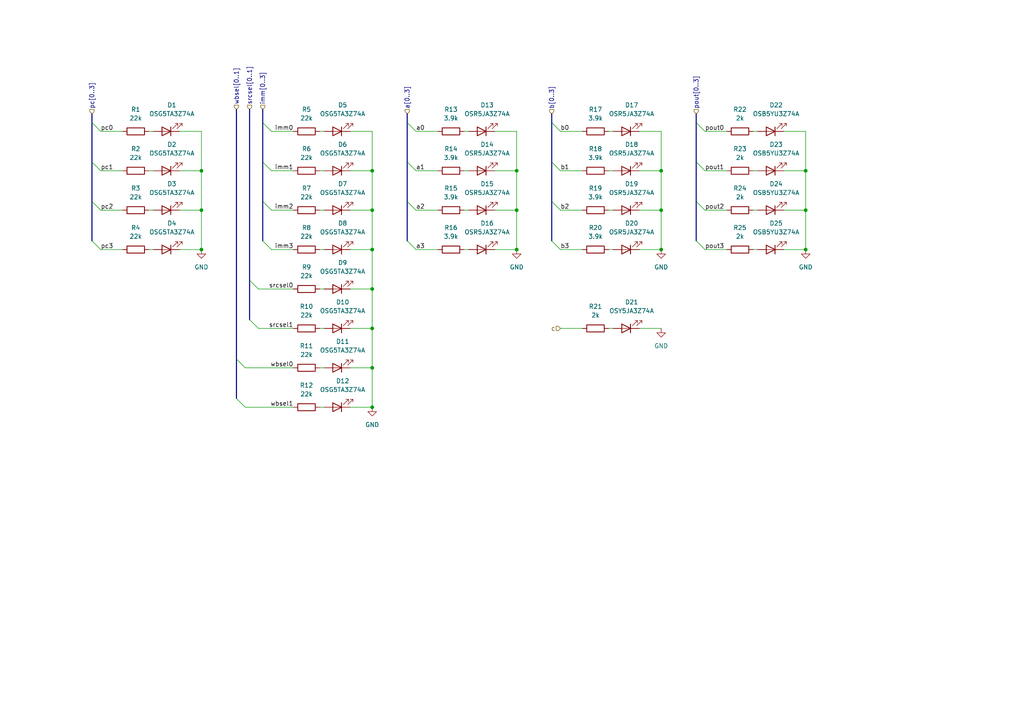
<source format=kicad_sch>
(kicad_sch (version 20211123) (generator eeschema)

  (uuid 17255181-00d5-44c2-8a16-36253fd85e12)

  (paper "A4")

  (lib_symbols
    (symbol "Device:LED" (pin_numbers hide) (pin_names (offset 1.016) hide) (in_bom yes) (on_board yes)
      (property "Reference" "D" (id 0) (at 0 2.54 0)
        (effects (font (size 1.27 1.27)))
      )
      (property "Value" "LED" (id 1) (at 0 -2.54 0)
        (effects (font (size 1.27 1.27)))
      )
      (property "Footprint" "" (id 2) (at 0 0 0)
        (effects (font (size 1.27 1.27)) hide)
      )
      (property "Datasheet" "~" (id 3) (at 0 0 0)
        (effects (font (size 1.27 1.27)) hide)
      )
      (property "ki_keywords" "LED diode" (id 4) (at 0 0 0)
        (effects (font (size 1.27 1.27)) hide)
      )
      (property "ki_description" "Light emitting diode" (id 5) (at 0 0 0)
        (effects (font (size 1.27 1.27)) hide)
      )
      (property "ki_fp_filters" "LED* LED_SMD:* LED_THT:*" (id 6) (at 0 0 0)
        (effects (font (size 1.27 1.27)) hide)
      )
      (symbol "LED_0_1"
        (polyline
          (pts
            (xy -1.27 -1.27)
            (xy -1.27 1.27)
          )
          (stroke (width 0.254) (type default) (color 0 0 0 0))
          (fill (type none))
        )
        (polyline
          (pts
            (xy -1.27 0)
            (xy 1.27 0)
          )
          (stroke (width 0) (type default) (color 0 0 0 0))
          (fill (type none))
        )
        (polyline
          (pts
            (xy 1.27 -1.27)
            (xy 1.27 1.27)
            (xy -1.27 0)
            (xy 1.27 -1.27)
          )
          (stroke (width 0.254) (type default) (color 0 0 0 0))
          (fill (type none))
        )
        (polyline
          (pts
            (xy -3.048 -0.762)
            (xy -4.572 -2.286)
            (xy -3.81 -2.286)
            (xy -4.572 -2.286)
            (xy -4.572 -1.524)
          )
          (stroke (width 0) (type default) (color 0 0 0 0))
          (fill (type none))
        )
        (polyline
          (pts
            (xy -1.778 -0.762)
            (xy -3.302 -2.286)
            (xy -2.54 -2.286)
            (xy -3.302 -2.286)
            (xy -3.302 -1.524)
          )
          (stroke (width 0) (type default) (color 0 0 0 0))
          (fill (type none))
        )
      )
      (symbol "LED_1_1"
        (pin passive line (at -3.81 0 0) (length 2.54)
          (name "K" (effects (font (size 1.27 1.27))))
          (number "1" (effects (font (size 1.27 1.27))))
        )
        (pin passive line (at 3.81 0 180) (length 2.54)
          (name "A" (effects (font (size 1.27 1.27))))
          (number "2" (effects (font (size 1.27 1.27))))
        )
      )
    )
    (symbol "Device:R" (pin_numbers hide) (pin_names (offset 0)) (in_bom yes) (on_board yes)
      (property "Reference" "R" (id 0) (at 2.032 0 90)
        (effects (font (size 1.27 1.27)))
      )
      (property "Value" "R" (id 1) (at 0 0 90)
        (effects (font (size 1.27 1.27)))
      )
      (property "Footprint" "" (id 2) (at -1.778 0 90)
        (effects (font (size 1.27 1.27)) hide)
      )
      (property "Datasheet" "~" (id 3) (at 0 0 0)
        (effects (font (size 1.27 1.27)) hide)
      )
      (property "ki_keywords" "R res resistor" (id 4) (at 0 0 0)
        (effects (font (size 1.27 1.27)) hide)
      )
      (property "ki_description" "Resistor" (id 5) (at 0 0 0)
        (effects (font (size 1.27 1.27)) hide)
      )
      (property "ki_fp_filters" "R_*" (id 6) (at 0 0 0)
        (effects (font (size 1.27 1.27)) hide)
      )
      (symbol "R_0_1"
        (rectangle (start -1.016 -2.54) (end 1.016 2.54)
          (stroke (width 0.254) (type default) (color 0 0 0 0))
          (fill (type none))
        )
      )
      (symbol "R_1_1"
        (pin passive line (at 0 3.81 270) (length 1.27)
          (name "~" (effects (font (size 1.27 1.27))))
          (number "1" (effects (font (size 1.27 1.27))))
        )
        (pin passive line (at 0 -3.81 90) (length 1.27)
          (name "~" (effects (font (size 1.27 1.27))))
          (number "2" (effects (font (size 1.27 1.27))))
        )
      )
    )
    (symbol "power:GND" (power) (pin_names (offset 0)) (in_bom yes) (on_board yes)
      (property "Reference" "#PWR" (id 0) (at 0 -6.35 0)
        (effects (font (size 1.27 1.27)) hide)
      )
      (property "Value" "GND" (id 1) (at 0 -3.81 0)
        (effects (font (size 1.27 1.27)))
      )
      (property "Footprint" "" (id 2) (at 0 0 0)
        (effects (font (size 1.27 1.27)) hide)
      )
      (property "Datasheet" "" (id 3) (at 0 0 0)
        (effects (font (size 1.27 1.27)) hide)
      )
      (property "ki_keywords" "power-flag" (id 4) (at 0 0 0)
        (effects (font (size 1.27 1.27)) hide)
      )
      (property "ki_description" "Power symbol creates a global label with name \"GND\" , ground" (id 5) (at 0 0 0)
        (effects (font (size 1.27 1.27)) hide)
      )
      (symbol "GND_0_1"
        (polyline
          (pts
            (xy 0 0)
            (xy 0 -1.27)
            (xy 1.27 -1.27)
            (xy 0 -2.54)
            (xy -1.27 -1.27)
            (xy 0 -1.27)
          )
          (stroke (width 0) (type default) (color 0 0 0 0))
          (fill (type none))
        )
      )
      (symbol "GND_1_1"
        (pin power_in line (at 0 0 270) (length 0) hide
          (name "GND" (effects (font (size 1.27 1.27))))
          (number "1" (effects (font (size 1.27 1.27))))
        )
      )
    )
  )

  (junction (at 58.42 72.39) (diameter 0) (color 0 0 0 0)
    (uuid 00f3fdf9-b436-4719-b192-76a8dda8fb20)
  )
  (junction (at 233.68 49.53) (diameter 0) (color 0 0 0 0)
    (uuid 03eaff48-1f21-476a-b7c1-fc1eb2c3f34f)
  )
  (junction (at 107.95 49.53) (diameter 0) (color 0 0 0 0)
    (uuid 04a29410-9bcc-4626-82bf-8e8b02905fff)
  )
  (junction (at 107.95 118.11) (diameter 0) (color 0 0 0 0)
    (uuid 381881c1-6800-4e28-ab35-a87ba719975b)
  )
  (junction (at 107.95 72.39) (diameter 0) (color 0 0 0 0)
    (uuid 478fa686-0220-40bc-b603-3711b0ab769a)
  )
  (junction (at 58.42 49.53) (diameter 0) (color 0 0 0 0)
    (uuid 4bc484bd-8e73-4fae-a1ff-dd14f613a652)
  )
  (junction (at 149.86 72.39) (diameter 0) (color 0 0 0 0)
    (uuid 6fa967e0-b541-44cc-8190-c462e411892d)
  )
  (junction (at 233.68 60.96) (diameter 0) (color 0 0 0 0)
    (uuid 73405d7c-093b-4e56-9684-cd6646413de6)
  )
  (junction (at 107.95 60.96) (diameter 0) (color 0 0 0 0)
    (uuid 77ab52c8-d8ee-460a-bdd9-1c7a428eeae7)
  )
  (junction (at 149.86 49.53) (diameter 0) (color 0 0 0 0)
    (uuid 8d82bf9f-105b-4bd5-9ece-08f7c441f6a8)
  )
  (junction (at 107.95 106.68) (diameter 0) (color 0 0 0 0)
    (uuid 9388dc01-2081-427c-ae9f-6d22190e0c34)
  )
  (junction (at 149.86 60.96) (diameter 0) (color 0 0 0 0)
    (uuid 97e14839-1524-40d9-8eb7-c81cb570ece1)
  )
  (junction (at 107.95 95.25) (diameter 0) (color 0 0 0 0)
    (uuid c2eef0a5-aee6-4a2f-9b31-e49534789656)
  )
  (junction (at 233.68 72.39) (diameter 0) (color 0 0 0 0)
    (uuid c4028dd6-b0f5-4436-81f9-83e7a1a7beef)
  )
  (junction (at 191.77 72.39) (diameter 0) (color 0 0 0 0)
    (uuid cf1fd6f9-ceac-4d04-a413-cef9c5704192)
  )
  (junction (at 191.77 49.53) (diameter 0) (color 0 0 0 0)
    (uuid cfb5a0d3-71b2-4e1c-a5b9-10aa655a4375)
  )
  (junction (at 107.95 83.82) (diameter 0) (color 0 0 0 0)
    (uuid e4903a21-3002-4ff3-9015-c8cff4235299)
  )
  (junction (at 58.42 60.96) (diameter 0) (color 0 0 0 0)
    (uuid eaaf428a-f8a5-4c64-8d22-b9bc6b072c4b)
  )
  (junction (at 191.77 60.96) (diameter 0) (color 0 0 0 0)
    (uuid efc5d791-dc4d-4f9c-ac25-89e6d8e5f90f)
  )

  (bus_entry (at 201.93 35.56) (size 2.54 2.54)
    (stroke (width 0) (type default) (color 0 0 0 0))
    (uuid 0dcc83eb-1125-4905-a912-ed9e479eb00d)
  )
  (bus_entry (at 68.58 104.14) (size 2.54 2.54)
    (stroke (width 0) (type default) (color 0 0 0 0))
    (uuid 1238e226-9370-4164-bda9-b8bea1b630cd)
  )
  (bus_entry (at 201.93 58.42) (size 2.54 2.54)
    (stroke (width 0) (type default) (color 0 0 0 0))
    (uuid 16e0a230-d433-4a95-a625-ecec09aa6f55)
  )
  (bus_entry (at 76.2 35.56) (size 2.54 2.54)
    (stroke (width 0) (type default) (color 0 0 0 0))
    (uuid 180632dd-0cb5-4106-9f0f-af0d2268c37a)
  )
  (bus_entry (at 118.11 46.99) (size 2.54 2.54)
    (stroke (width 0) (type default) (color 0 0 0 0))
    (uuid 219bac20-25c0-48db-aa6d-67cffcb3f2f2)
  )
  (bus_entry (at 118.11 35.56) (size 2.54 2.54)
    (stroke (width 0) (type default) (color 0 0 0 0))
    (uuid 2454092f-c6bf-4dd4-973d-89157fb22110)
  )
  (bus_entry (at 160.02 46.99) (size 2.54 2.54)
    (stroke (width 0) (type default) (color 0 0 0 0))
    (uuid 2570b313-d9a9-48e6-9dff-0c8e04a205c7)
  )
  (bus_entry (at 160.02 69.85) (size 2.54 2.54)
    (stroke (width 0) (type default) (color 0 0 0 0))
    (uuid 2efe5235-85f8-4acd-b29a-ac6c970dd629)
  )
  (bus_entry (at 76.2 46.99) (size 2.54 2.54)
    (stroke (width 0) (type default) (color 0 0 0 0))
    (uuid 33230c5f-0c02-4473-956b-4091dcaf3901)
  )
  (bus_entry (at 160.02 35.56) (size 2.54 2.54)
    (stroke (width 0) (type default) (color 0 0 0 0))
    (uuid 40e6343a-bcd8-4577-a80b-1a27b7342321)
  )
  (bus_entry (at 201.93 46.99) (size 2.54 2.54)
    (stroke (width 0) (type default) (color 0 0 0 0))
    (uuid 76a7a4d6-6e7c-49a1-a63c-5429954e0b6f)
  )
  (bus_entry (at 76.2 69.85) (size 2.54 2.54)
    (stroke (width 0) (type default) (color 0 0 0 0))
    (uuid 7c664086-eac7-4618-9639-febda0dd73a0)
  )
  (bus_entry (at 201.93 69.85) (size 2.54 2.54)
    (stroke (width 0) (type default) (color 0 0 0 0))
    (uuid 7d41d8a8-312a-42c3-a61f-4ffaaf5d38c8)
  )
  (bus_entry (at 160.02 58.42) (size 2.54 2.54)
    (stroke (width 0) (type default) (color 0 0 0 0))
    (uuid 858ca217-02ef-4e5f-a36a-85d0d5db28ab)
  )
  (bus_entry (at 26.67 58.42) (size 2.54 2.54)
    (stroke (width 0) (type default) (color 0 0 0 0))
    (uuid 8b2213dd-3f5a-4d8c-ae27-d9c6cc89e4eb)
  )
  (bus_entry (at 72.39 81.28) (size 2.54 2.54)
    (stroke (width 0) (type default) (color 0 0 0 0))
    (uuid 8b3b0b19-1293-4db8-9b3e-543e649b1ccf)
  )
  (bus_entry (at 118.11 69.85) (size 2.54 2.54)
    (stroke (width 0) (type default) (color 0 0 0 0))
    (uuid 9b4df12d-a099-4247-b87e-29553ace80e3)
  )
  (bus_entry (at 26.67 46.99) (size 2.54 2.54)
    (stroke (width 0) (type default) (color 0 0 0 0))
    (uuid a5a5ba39-48cc-4344-a19c-1bfd81af8b59)
  )
  (bus_entry (at 72.39 92.71) (size 2.54 2.54)
    (stroke (width 0) (type default) (color 0 0 0 0))
    (uuid a79852a5-ffa4-473a-a25f-0d8198c97357)
  )
  (bus_entry (at 76.2 58.42) (size 2.54 2.54)
    (stroke (width 0) (type default) (color 0 0 0 0))
    (uuid b2edaf4f-2c91-4cf7-b3bf-3652ced16b1e)
  )
  (bus_entry (at 26.67 69.85) (size 2.54 2.54)
    (stroke (width 0) (type default) (color 0 0 0 0))
    (uuid bcf8ccec-689a-43b0-accf-337d2623a229)
  )
  (bus_entry (at 26.67 35.56) (size 2.54 2.54)
    (stroke (width 0) (type default) (color 0 0 0 0))
    (uuid c999a2d9-b730-4146-bf2b-62d8c4098a21)
  )
  (bus_entry (at 118.11 58.42) (size 2.54 2.54)
    (stroke (width 0) (type default) (color 0 0 0 0))
    (uuid db1b8ed7-bdcb-4b37-a7f7-9034191a743a)
  )
  (bus_entry (at 68.58 115.57) (size 2.54 2.54)
    (stroke (width 0) (type default) (color 0 0 0 0))
    (uuid fcbb0eb8-f12e-4907-b590-25826f3f9df9)
  )

  (wire (pts (xy 227.33 60.96) (xy 233.68 60.96))
    (stroke (width 0) (type default) (color 0 0 0 0))
    (uuid 0004580b-6ce3-414a-ae6e-e2882908e182)
  )
  (wire (pts (xy 191.77 49.53) (xy 191.77 60.96))
    (stroke (width 0) (type default) (color 0 0 0 0))
    (uuid 01507de0-c4c0-403f-bed3-37b9e1ebef81)
  )
  (bus (pts (xy 118.11 35.56) (xy 118.11 46.99))
    (stroke (width 0) (type default) (color 0 0 0 0))
    (uuid 04f6a2d9-78ef-454a-ab71-775d46166487)
  )

  (wire (pts (xy 92.71 106.68) (xy 93.98 106.68))
    (stroke (width 0) (type default) (color 0 0 0 0))
    (uuid 05d851b0-1b48-4b90-99d2-cefaf372fae8)
  )
  (bus (pts (xy 201.93 58.42) (xy 201.93 69.85))
    (stroke (width 0) (type default) (color 0 0 0 0))
    (uuid 0686dfbb-5e82-499f-bbb6-7bf9fcb4805c)
  )

  (wire (pts (xy 101.6 60.96) (xy 107.95 60.96))
    (stroke (width 0) (type default) (color 0 0 0 0))
    (uuid 083373d6-7ea9-48c6-bf97-43e512c0afaf)
  )
  (wire (pts (xy 101.6 83.82) (xy 107.95 83.82))
    (stroke (width 0) (type default) (color 0 0 0 0))
    (uuid 097a02ed-bcd4-4f83-8f1b-f5d23135c7f7)
  )
  (wire (pts (xy 218.44 49.53) (xy 219.71 49.53))
    (stroke (width 0) (type default) (color 0 0 0 0))
    (uuid 0a291e9e-3b01-4caa-be3a-c01e8f86745f)
  )
  (wire (pts (xy 120.65 49.53) (xy 127 49.53))
    (stroke (width 0) (type default) (color 0 0 0 0))
    (uuid 0c0bcc86-77cb-4c3f-a03a-fbe94ace6715)
  )
  (bus (pts (xy 68.58 31.75) (xy 68.58 104.14))
    (stroke (width 0) (type default) (color 0 0 0 0))
    (uuid 11e5c902-223b-433f-b44a-157bd36a9413)
  )

  (wire (pts (xy 92.71 118.11) (xy 93.98 118.11))
    (stroke (width 0) (type default) (color 0 0 0 0))
    (uuid 14dc209a-b51a-4a0a-80e2-71db453c42b2)
  )
  (wire (pts (xy 101.6 106.68) (xy 107.95 106.68))
    (stroke (width 0) (type default) (color 0 0 0 0))
    (uuid 1a09860b-0371-45e2-a9da-31a809ad14c2)
  )
  (wire (pts (xy 185.42 60.96) (xy 191.77 60.96))
    (stroke (width 0) (type default) (color 0 0 0 0))
    (uuid 1d7a5ff5-1029-42d6-bfbd-d7f3676c4787)
  )
  (wire (pts (xy 78.74 72.39) (xy 85.09 72.39))
    (stroke (width 0) (type default) (color 0 0 0 0))
    (uuid 2172a50b-fdfd-423b-8a82-34e84393868d)
  )
  (wire (pts (xy 176.53 60.96) (xy 177.8 60.96))
    (stroke (width 0) (type default) (color 0 0 0 0))
    (uuid 22317d08-dd07-4099-82af-39f3745afee4)
  )
  (wire (pts (xy 134.62 38.1) (xy 135.89 38.1))
    (stroke (width 0) (type default) (color 0 0 0 0))
    (uuid 223d16ae-90c2-47f7-985e-d19de9d42af4)
  )
  (bus (pts (xy 201.93 33.02) (xy 201.93 35.56))
    (stroke (width 0) (type default) (color 0 0 0 0))
    (uuid 22e0bcbd-9e8a-4ddd-acce-b2fbc0233a8f)
  )
  (bus (pts (xy 160.02 35.56) (xy 160.02 46.99))
    (stroke (width 0) (type default) (color 0 0 0 0))
    (uuid 255ff586-d2ca-4177-ba94-623348184e7c)
  )

  (wire (pts (xy 78.74 38.1) (xy 85.09 38.1))
    (stroke (width 0) (type default) (color 0 0 0 0))
    (uuid 264fde98-94fc-4097-b66d-5518d2199ae0)
  )
  (wire (pts (xy 92.71 60.96) (xy 93.98 60.96))
    (stroke (width 0) (type default) (color 0 0 0 0))
    (uuid 26941a5c-f058-4e70-a890-b10769aa418c)
  )
  (wire (pts (xy 143.51 72.39) (xy 149.86 72.39))
    (stroke (width 0) (type default) (color 0 0 0 0))
    (uuid 26cdd102-a6a9-47a0-82df-5ae988a4bed3)
  )
  (wire (pts (xy 52.07 72.39) (xy 58.42 72.39))
    (stroke (width 0) (type default) (color 0 0 0 0))
    (uuid 2982762b-144c-45ff-ae4e-e7d89103412e)
  )
  (bus (pts (xy 160.02 46.99) (xy 160.02 58.42))
    (stroke (width 0) (type default) (color 0 0 0 0))
    (uuid 2b18c2aa-aa06-4287-9a7c-9b30f0e49518)
  )

  (wire (pts (xy 107.95 38.1) (xy 107.95 49.53))
    (stroke (width 0) (type default) (color 0 0 0 0))
    (uuid 2ce7492d-0a67-40e1-9eeb-ead4f4cac99e)
  )
  (wire (pts (xy 143.51 38.1) (xy 149.86 38.1))
    (stroke (width 0) (type default) (color 0 0 0 0))
    (uuid 312fb84e-bace-4378-bb26-d26937efa0b3)
  )
  (bus (pts (xy 118.11 33.02) (xy 118.11 35.56))
    (stroke (width 0) (type default) (color 0 0 0 0))
    (uuid 31a87036-6d92-47f7-8a75-dc250206d312)
  )

  (wire (pts (xy 218.44 60.96) (xy 219.71 60.96))
    (stroke (width 0) (type default) (color 0 0 0 0))
    (uuid 33006ab8-cb5e-49ed-9344-121a8278c5a6)
  )
  (wire (pts (xy 107.95 49.53) (xy 107.95 60.96))
    (stroke (width 0) (type default) (color 0 0 0 0))
    (uuid 33deef53-f66f-4842-88d4-46f8aef6b775)
  )
  (wire (pts (xy 101.6 72.39) (xy 107.95 72.39))
    (stroke (width 0) (type default) (color 0 0 0 0))
    (uuid 37068766-dffc-4537-ac05-279045c3749a)
  )
  (wire (pts (xy 233.68 38.1) (xy 233.68 49.53))
    (stroke (width 0) (type default) (color 0 0 0 0))
    (uuid 3df4ae64-eece-4276-8cc5-3ee9f6c24fb5)
  )
  (bus (pts (xy 26.67 46.99) (xy 26.67 58.42))
    (stroke (width 0) (type default) (color 0 0 0 0))
    (uuid 41f989c8-6e70-491d-91a1-074177f38d95)
  )

  (wire (pts (xy 233.68 49.53) (xy 233.68 60.96))
    (stroke (width 0) (type default) (color 0 0 0 0))
    (uuid 45f614b7-95fe-4d51-8660-aa5b116cdee8)
  )
  (wire (pts (xy 71.12 106.68) (xy 85.09 106.68))
    (stroke (width 0) (type default) (color 0 0 0 0))
    (uuid 4a7b04d4-c316-4a4e-88b6-ce864756c9a4)
  )
  (wire (pts (xy 107.95 60.96) (xy 107.95 72.39))
    (stroke (width 0) (type default) (color 0 0 0 0))
    (uuid 4d0c2ed9-c951-4b6e-b7b1-b51ed81971f8)
  )
  (wire (pts (xy 185.42 49.53) (xy 191.77 49.53))
    (stroke (width 0) (type default) (color 0 0 0 0))
    (uuid 4d12970a-3e92-434b-b608-425a33c17ef6)
  )
  (wire (pts (xy 43.18 60.96) (xy 44.45 60.96))
    (stroke (width 0) (type default) (color 0 0 0 0))
    (uuid 4f7ec688-671a-4b4c-9c7b-52c727b002cd)
  )
  (wire (pts (xy 162.56 38.1) (xy 168.91 38.1))
    (stroke (width 0) (type default) (color 0 0 0 0))
    (uuid 5093c532-393f-4196-b834-b0586ff2ae67)
  )
  (bus (pts (xy 76.2 31.75) (xy 76.2 35.56))
    (stroke (width 0) (type default) (color 0 0 0 0))
    (uuid 5280d488-ef02-4dff-86da-8c8cb72a85be)
  )

  (wire (pts (xy 52.07 49.53) (xy 58.42 49.53))
    (stroke (width 0) (type default) (color 0 0 0 0))
    (uuid 5330983b-c788-40b4-a237-dafcf1d7a887)
  )
  (wire (pts (xy 176.53 72.39) (xy 177.8 72.39))
    (stroke (width 0) (type default) (color 0 0 0 0))
    (uuid 5768c235-a3ea-40eb-8047-01e9696b1f29)
  )
  (wire (pts (xy 58.42 60.96) (xy 58.42 72.39))
    (stroke (width 0) (type default) (color 0 0 0 0))
    (uuid 5c28b630-acf5-421e-8621-f3c033f26dfc)
  )
  (wire (pts (xy 74.93 95.25) (xy 85.09 95.25))
    (stroke (width 0) (type default) (color 0 0 0 0))
    (uuid 619fa8c1-ef3f-4d8b-856e-4e9d2dae0c81)
  )
  (wire (pts (xy 43.18 72.39) (xy 44.45 72.39))
    (stroke (width 0) (type default) (color 0 0 0 0))
    (uuid 6318c0ba-7ba9-4a89-9a8b-9157eb96137c)
  )
  (wire (pts (xy 92.71 83.82) (xy 93.98 83.82))
    (stroke (width 0) (type default) (color 0 0 0 0))
    (uuid 634d8e0b-b66c-467e-9ac3-31be9d70ad13)
  )
  (wire (pts (xy 204.47 38.1) (xy 210.82 38.1))
    (stroke (width 0) (type default) (color 0 0 0 0))
    (uuid 65f76c48-fbf0-4e83-bc72-0f32f3c6974d)
  )
  (wire (pts (xy 176.53 49.53) (xy 177.8 49.53))
    (stroke (width 0) (type default) (color 0 0 0 0))
    (uuid 672b15e1-253b-4eb9-a573-7ddf9822e977)
  )
  (wire (pts (xy 149.86 60.96) (xy 149.86 72.39))
    (stroke (width 0) (type default) (color 0 0 0 0))
    (uuid 6ab702dc-033c-4568-9b13-e434d77ba00f)
  )
  (wire (pts (xy 71.12 118.11) (xy 85.09 118.11))
    (stroke (width 0) (type default) (color 0 0 0 0))
    (uuid 6aceddd1-83ec-4d90-846f-91a37742f764)
  )
  (wire (pts (xy 120.65 38.1) (xy 127 38.1))
    (stroke (width 0) (type default) (color 0 0 0 0))
    (uuid 6c5e412f-aaea-40e5-8ac5-3a4c3f023fca)
  )
  (wire (pts (xy 185.42 38.1) (xy 191.77 38.1))
    (stroke (width 0) (type default) (color 0 0 0 0))
    (uuid 6e798864-e774-4a54-9474-7f3a93faa02d)
  )
  (wire (pts (xy 120.65 60.96) (xy 127 60.96))
    (stroke (width 0) (type default) (color 0 0 0 0))
    (uuid 71914f4a-ed80-4341-be43-e93b9bf12d2a)
  )
  (wire (pts (xy 227.33 38.1) (xy 233.68 38.1))
    (stroke (width 0) (type default) (color 0 0 0 0))
    (uuid 72264907-a400-4b3b-a631-4cc27e68559a)
  )
  (wire (pts (xy 143.51 49.53) (xy 149.86 49.53))
    (stroke (width 0) (type default) (color 0 0 0 0))
    (uuid 722f1a5a-3ed5-4426-84b1-087295a95d3b)
  )
  (wire (pts (xy 101.6 49.53) (xy 107.95 49.53))
    (stroke (width 0) (type default) (color 0 0 0 0))
    (uuid 738198b4-a010-4b87-8ccb-243de7de5ffc)
  )
  (wire (pts (xy 218.44 72.39) (xy 219.71 72.39))
    (stroke (width 0) (type default) (color 0 0 0 0))
    (uuid 785d4cdd-6294-427f-a15b-de35a786e56e)
  )
  (bus (pts (xy 201.93 35.56) (xy 201.93 46.99))
    (stroke (width 0) (type default) (color 0 0 0 0))
    (uuid 78b3b2dd-12d8-46a8-8df8-ea20a640a810)
  )

  (wire (pts (xy 101.6 38.1) (xy 107.95 38.1))
    (stroke (width 0) (type default) (color 0 0 0 0))
    (uuid 79c03dfa-199d-47d1-af7e-3edd9a70d0c6)
  )
  (bus (pts (xy 76.2 46.99) (xy 76.2 58.42))
    (stroke (width 0) (type default) (color 0 0 0 0))
    (uuid 7c955358-a698-49c1-9ac5-fb84eea750e3)
  )

  (wire (pts (xy 120.65 72.39) (xy 127 72.39))
    (stroke (width 0) (type default) (color 0 0 0 0))
    (uuid 7ed0a3b3-295e-4990-a7b7-508c12fa2a7a)
  )
  (wire (pts (xy 176.53 95.25) (xy 177.8 95.25))
    (stroke (width 0) (type default) (color 0 0 0 0))
    (uuid 7f5ac761-2c8c-4aea-92ff-e8f77f5afe52)
  )
  (bus (pts (xy 118.11 58.42) (xy 118.11 69.85))
    (stroke (width 0) (type default) (color 0 0 0 0))
    (uuid 7f875008-0ca6-44cf-9c7e-afa9e8a9a96b)
  )

  (wire (pts (xy 92.71 49.53) (xy 93.98 49.53))
    (stroke (width 0) (type default) (color 0 0 0 0))
    (uuid 80caff1e-78d0-4ef0-9f48-336120b8cb08)
  )
  (bus (pts (xy 72.39 81.28) (xy 72.39 92.71))
    (stroke (width 0) (type default) (color 0 0 0 0))
    (uuid 80d9e2be-7010-4e2c-ad9a-bab4098322ac)
  )

  (wire (pts (xy 143.51 60.96) (xy 149.86 60.96))
    (stroke (width 0) (type default) (color 0 0 0 0))
    (uuid 84d89ca3-1df7-4282-849c-c6aead3d20ca)
  )
  (wire (pts (xy 52.07 38.1) (xy 58.42 38.1))
    (stroke (width 0) (type default) (color 0 0 0 0))
    (uuid 84e81147-1239-45a3-9d74-35db62072ae8)
  )
  (wire (pts (xy 149.86 49.53) (xy 149.86 60.96))
    (stroke (width 0) (type default) (color 0 0 0 0))
    (uuid 888a8775-67bc-4b13-98cc-7c0a06c89012)
  )
  (wire (pts (xy 162.56 49.53) (xy 168.91 49.53))
    (stroke (width 0) (type default) (color 0 0 0 0))
    (uuid 8a617779-cf61-4231-a8d7-540887e9918e)
  )
  (wire (pts (xy 43.18 38.1) (xy 44.45 38.1))
    (stroke (width 0) (type default) (color 0 0 0 0))
    (uuid 8a6435d4-73ad-4aa2-87e2-49dcc374d879)
  )
  (bus (pts (xy 26.67 35.56) (xy 26.67 46.99))
    (stroke (width 0) (type default) (color 0 0 0 0))
    (uuid 90af73ff-0645-444d-ab97-3d18d17b9ccf)
  )

  (wire (pts (xy 52.07 60.96) (xy 58.42 60.96))
    (stroke (width 0) (type default) (color 0 0 0 0))
    (uuid 9b04240a-468f-4d6f-9f1e-2783f754026e)
  )
  (wire (pts (xy 29.21 49.53) (xy 35.56 49.53))
    (stroke (width 0) (type default) (color 0 0 0 0))
    (uuid 9d709587-bf4b-4dfc-920a-373add873d60)
  )
  (wire (pts (xy 176.53 38.1) (xy 177.8 38.1))
    (stroke (width 0) (type default) (color 0 0 0 0))
    (uuid 9f2d15fb-c6a1-4cf1-bd56-5d0e42725ebd)
  )
  (wire (pts (xy 58.42 38.1) (xy 58.42 49.53))
    (stroke (width 0) (type default) (color 0 0 0 0))
    (uuid a0b03c00-8798-4715-95f7-f7111e918198)
  )
  (wire (pts (xy 134.62 49.53) (xy 135.89 49.53))
    (stroke (width 0) (type default) (color 0 0 0 0))
    (uuid a16c6510-5018-43bb-8e1f-3633cb0c66a9)
  )
  (wire (pts (xy 74.93 83.82) (xy 85.09 83.82))
    (stroke (width 0) (type default) (color 0 0 0 0))
    (uuid a2183412-a9c9-4684-93fe-afaa69829bd0)
  )
  (wire (pts (xy 101.6 95.25) (xy 107.95 95.25))
    (stroke (width 0) (type default) (color 0 0 0 0))
    (uuid a2acf1d2-ab2e-4b6b-b95b-00f568e842b8)
  )
  (wire (pts (xy 227.33 49.53) (xy 233.68 49.53))
    (stroke (width 0) (type default) (color 0 0 0 0))
    (uuid a71e82ce-6640-4e0e-83d6-c05598a6f63c)
  )
  (wire (pts (xy 92.71 72.39) (xy 93.98 72.39))
    (stroke (width 0) (type default) (color 0 0 0 0))
    (uuid a9274478-31ad-46b5-96aa-2af3f8d1864a)
  )
  (wire (pts (xy 185.42 72.39) (xy 191.77 72.39))
    (stroke (width 0) (type default) (color 0 0 0 0))
    (uuid aaeac6ee-0f72-4756-abad-9c314b197a2a)
  )
  (bus (pts (xy 26.67 58.42) (xy 26.67 69.85))
    (stroke (width 0) (type default) (color 0 0 0 0))
    (uuid ab8e4bc2-7f81-4df6-9a86-5145d89e968e)
  )

  (wire (pts (xy 107.95 72.39) (xy 107.95 83.82))
    (stroke (width 0) (type default) (color 0 0 0 0))
    (uuid af67bf3a-a833-47b6-bbec-ab1b2910d54c)
  )
  (wire (pts (xy 107.95 106.68) (xy 107.95 118.11))
    (stroke (width 0) (type default) (color 0 0 0 0))
    (uuid b3b793cd-9c11-4eed-a3d9-689dd8728ebc)
  )
  (wire (pts (xy 162.56 95.25) (xy 168.91 95.25))
    (stroke (width 0) (type default) (color 0 0 0 0))
    (uuid b4644e37-991c-46c3-9d6c-41ca37354763)
  )
  (wire (pts (xy 134.62 60.96) (xy 135.89 60.96))
    (stroke (width 0) (type default) (color 0 0 0 0))
    (uuid b48175a7-7491-4149-ace5-9efe89cae35c)
  )
  (wire (pts (xy 29.21 60.96) (xy 35.56 60.96))
    (stroke (width 0) (type default) (color 0 0 0 0))
    (uuid b4ac38e6-98e6-4569-84a4-8c9911716252)
  )
  (wire (pts (xy 58.42 49.53) (xy 58.42 60.96))
    (stroke (width 0) (type default) (color 0 0 0 0))
    (uuid b66ffd07-6529-4e77-9cb8-f0dc8dce51ec)
  )
  (wire (pts (xy 191.77 60.96) (xy 191.77 72.39))
    (stroke (width 0) (type default) (color 0 0 0 0))
    (uuid b711db3a-1548-4449-811b-a95bb34625b4)
  )
  (wire (pts (xy 92.71 95.25) (xy 93.98 95.25))
    (stroke (width 0) (type default) (color 0 0 0 0))
    (uuid b83fdc99-34a9-4ec8-a99d-b76560d5a6fe)
  )
  (wire (pts (xy 204.47 72.39) (xy 210.82 72.39))
    (stroke (width 0) (type default) (color 0 0 0 0))
    (uuid bcab5837-990a-4fb1-a6c8-d78ba701f3aa)
  )
  (wire (pts (xy 134.62 72.39) (xy 135.89 72.39))
    (stroke (width 0) (type default) (color 0 0 0 0))
    (uuid bd25a37e-0e41-40a1-b65d-9cba79d5bd9b)
  )
  (bus (pts (xy 72.39 31.75) (xy 72.39 81.28))
    (stroke (width 0) (type default) (color 0 0 0 0))
    (uuid bd63cd82-7b93-420e-93a8-0b9dad96590d)
  )

  (wire (pts (xy 101.6 118.11) (xy 107.95 118.11))
    (stroke (width 0) (type default) (color 0 0 0 0))
    (uuid bf3af397-f54c-4976-9daf-f57bad5f56b7)
  )
  (wire (pts (xy 29.21 38.1) (xy 35.56 38.1))
    (stroke (width 0) (type default) (color 0 0 0 0))
    (uuid bfb60e27-5505-4922-9f23-7f499850c61c)
  )
  (bus (pts (xy 118.11 46.99) (xy 118.11 58.42))
    (stroke (width 0) (type default) (color 0 0 0 0))
    (uuid c029826e-e6e9-4900-bb5e-763be19aa45a)
  )

  (wire (pts (xy 185.42 95.25) (xy 191.77 95.25))
    (stroke (width 0) (type default) (color 0 0 0 0))
    (uuid c32bacfc-43bc-485e-af70-6cdadc0644e8)
  )
  (wire (pts (xy 107.95 83.82) (xy 107.95 95.25))
    (stroke (width 0) (type default) (color 0 0 0 0))
    (uuid c3d5bec4-afc1-44da-b636-13ad8a7fd64f)
  )
  (bus (pts (xy 68.58 104.14) (xy 68.58 115.57))
    (stroke (width 0) (type default) (color 0 0 0 0))
    (uuid c3e91a56-b6c9-4fbe-9fdb-498cc625f142)
  )

  (wire (pts (xy 191.77 38.1) (xy 191.77 49.53))
    (stroke (width 0) (type default) (color 0 0 0 0))
    (uuid c6e94293-5d3e-4929-9a83-2c1c12411848)
  )
  (bus (pts (xy 160.02 58.42) (xy 160.02 69.85))
    (stroke (width 0) (type default) (color 0 0 0 0))
    (uuid c7fca348-f360-4347-874f-6b7989dc70da)
  )
  (bus (pts (xy 26.67 33.02) (xy 26.67 35.56))
    (stroke (width 0) (type default) (color 0 0 0 0))
    (uuid c9dad62f-aca0-4408-ba90-fe14cc12c064)
  )

  (wire (pts (xy 107.95 95.25) (xy 107.95 106.68))
    (stroke (width 0) (type default) (color 0 0 0 0))
    (uuid ca3762c9-08ca-4c22-ae6c-5d85237523a7)
  )
  (wire (pts (xy 29.21 72.39) (xy 35.56 72.39))
    (stroke (width 0) (type default) (color 0 0 0 0))
    (uuid cc12a62e-54f2-477c-be3b-aea8f711b5e7)
  )
  (wire (pts (xy 218.44 38.1) (xy 219.71 38.1))
    (stroke (width 0) (type default) (color 0 0 0 0))
    (uuid ceb0304a-9538-42d7-bd34-5c2eeea6cb0b)
  )
  (bus (pts (xy 160.02 33.02) (xy 160.02 35.56))
    (stroke (width 0) (type default) (color 0 0 0 0))
    (uuid cef82ff6-4dcd-4a66-8b81-49608a34f067)
  )

  (wire (pts (xy 227.33 72.39) (xy 233.68 72.39))
    (stroke (width 0) (type default) (color 0 0 0 0))
    (uuid cfd665b7-814f-45a8-aa9d-eb7b77c434de)
  )
  (bus (pts (xy 201.93 46.99) (xy 201.93 58.42))
    (stroke (width 0) (type default) (color 0 0 0 0))
    (uuid d0c76750-8e73-4767-bc07-ca08219383b5)
  )

  (wire (pts (xy 162.56 72.39) (xy 168.91 72.39))
    (stroke (width 0) (type default) (color 0 0 0 0))
    (uuid d0e89da4-270e-4902-8ec8-b446d7fa1e9e)
  )
  (wire (pts (xy 43.18 49.53) (xy 44.45 49.53))
    (stroke (width 0) (type default) (color 0 0 0 0))
    (uuid d3af7906-a6d1-4842-936f-152559eb5609)
  )
  (wire (pts (xy 92.71 38.1) (xy 93.98 38.1))
    (stroke (width 0) (type default) (color 0 0 0 0))
    (uuid d9876e76-7926-4ea8-aac9-f953680aaaba)
  )
  (wire (pts (xy 233.68 60.96) (xy 233.68 72.39))
    (stroke (width 0) (type default) (color 0 0 0 0))
    (uuid db61acb0-80c2-44da-ae4c-45632b6e10e6)
  )
  (wire (pts (xy 78.74 60.96) (xy 85.09 60.96))
    (stroke (width 0) (type default) (color 0 0 0 0))
    (uuid de086212-f71e-4467-97af-4e551c4d43fa)
  )
  (wire (pts (xy 149.86 38.1) (xy 149.86 49.53))
    (stroke (width 0) (type default) (color 0 0 0 0))
    (uuid de11e27f-ebca-4dd7-9fe3-0ed56da5413f)
  )
  (wire (pts (xy 78.74 49.53) (xy 85.09 49.53))
    (stroke (width 0) (type default) (color 0 0 0 0))
    (uuid e4496f9a-0150-4aab-9f23-7a23be9a9984)
  )
  (wire (pts (xy 204.47 49.53) (xy 210.82 49.53))
    (stroke (width 0) (type default) (color 0 0 0 0))
    (uuid e47d1534-4ce9-42bb-8c9a-5102b8ebff68)
  )
  (wire (pts (xy 204.47 60.96) (xy 210.82 60.96))
    (stroke (width 0) (type default) (color 0 0 0 0))
    (uuid e9e11789-3ee3-4c27-a0ff-f88dcda467ec)
  )
  (bus (pts (xy 76.2 58.42) (xy 76.2 69.85))
    (stroke (width 0) (type default) (color 0 0 0 0))
    (uuid ec583fc3-ee2c-4bb5-b251-e84a7c117e0b)
  )

  (wire (pts (xy 162.56 60.96) (xy 168.91 60.96))
    (stroke (width 0) (type default) (color 0 0 0 0))
    (uuid f3914ac3-ea0c-458d-b3de-69776c943da3)
  )
  (bus (pts (xy 76.2 35.56) (xy 76.2 46.99))
    (stroke (width 0) (type default) (color 0 0 0 0))
    (uuid f6211e0b-ec40-400d-81a9-085316d79984)
  )

  (label "a3" (at 120.65 72.39 0)
    (effects (font (size 1.27 1.27)) (justify left bottom))
    (uuid 0b4965c4-e84e-4f95-9c7a-582221b965ad)
  )
  (label "a0" (at 120.65 38.1 0)
    (effects (font (size 1.27 1.27)) (justify left bottom))
    (uuid 0c2cabc6-2928-447e-99f1-65b733e31521)
  )
  (label "wbsel1" (at 85.09 118.11 180)
    (effects (font (size 1.27 1.27)) (justify right bottom))
    (uuid 1131e686-9b9e-4bb4-8638-31db042dc0c8)
  )
  (label "b2" (at 162.56 60.96 0)
    (effects (font (size 1.27 1.27)) (justify left bottom))
    (uuid 24b36723-bc76-482a-a573-a0f904bc620f)
  )
  (label "imm0" (at 85.09 38.1 180)
    (effects (font (size 1.27 1.27)) (justify right bottom))
    (uuid 2a666d43-8497-4a95-ac54-a7c330055e77)
  )
  (label "srcsel1" (at 85.09 95.25 180)
    (effects (font (size 1.27 1.27)) (justify right bottom))
    (uuid 363d891f-497c-409c-8a5e-c89d2036e50b)
  )
  (label "imm1" (at 85.09 49.53 180)
    (effects (font (size 1.27 1.27)) (justify right bottom))
    (uuid 47f57c82-70ba-4be7-ae7b-348059e197a3)
  )
  (label "b3" (at 162.56 72.39 0)
    (effects (font (size 1.27 1.27)) (justify left bottom))
    (uuid 57ce0da8-366f-43bd-845c-0683f367423f)
  )
  (label "wbsel0" (at 85.09 106.68 180)
    (effects (font (size 1.27 1.27)) (justify right bottom))
    (uuid 5c67f83d-6550-4f9e-8104-3bc83f7be22a)
  )
  (label "a2" (at 120.65 60.96 0)
    (effects (font (size 1.27 1.27)) (justify left bottom))
    (uuid 7c4731ae-03dc-4aa0-9e60-f139ee34fa86)
  )
  (label "a1" (at 120.65 49.53 0)
    (effects (font (size 1.27 1.27)) (justify left bottom))
    (uuid 82011b1f-66d4-4f97-9a84-92a5f8e2e19b)
  )
  (label "pout3" (at 204.47 72.39 0)
    (effects (font (size 1.27 1.27)) (justify left bottom))
    (uuid 8f915531-70c8-44d8-9f1d-e87166d4bc35)
  )
  (label "b0" (at 162.56 38.1 0)
    (effects (font (size 1.27 1.27)) (justify left bottom))
    (uuid b1e3319d-1b09-49cd-8d13-62522e55bd4d)
  )
  (label "pout0" (at 204.47 38.1 0)
    (effects (font (size 1.27 1.27)) (justify left bottom))
    (uuid b357b39d-f1b5-4f4d-b604-4da3a3d687d7)
  )
  (label "imm3" (at 85.09 72.39 180)
    (effects (font (size 1.27 1.27)) (justify right bottom))
    (uuid b47fe554-643c-4556-b07b-64aeaa5e122c)
  )
  (label "pc3" (at 29.21 72.39 0)
    (effects (font (size 1.27 1.27)) (justify left bottom))
    (uuid b519ba21-5be0-4ff5-9c19-7e27829abd01)
  )
  (label "pc0" (at 29.21 38.1 0)
    (effects (font (size 1.27 1.27)) (justify left bottom))
    (uuid b91e1a74-f39c-435a-8c01-81b8612137ad)
  )
  (label "pout1" (at 204.47 49.53 0)
    (effects (font (size 1.27 1.27)) (justify left bottom))
    (uuid bbfe195f-e1f8-4094-8d11-685afccc166f)
  )
  (label "pc1" (at 29.21 49.53 0)
    (effects (font (size 1.27 1.27)) (justify left bottom))
    (uuid d3d8352a-518b-457a-8198-b3fc8a2bc1c6)
  )
  (label "pout2" (at 204.47 60.96 0)
    (effects (font (size 1.27 1.27)) (justify left bottom))
    (uuid da8a525b-915d-4aff-b0f3-1d545d963734)
  )
  (label "pc2" (at 29.21 60.96 0)
    (effects (font (size 1.27 1.27)) (justify left bottom))
    (uuid e1b48a89-8578-43e1-8549-88212ae51dd0)
  )
  (label "b1" (at 162.56 49.53 0)
    (effects (font (size 1.27 1.27)) (justify left bottom))
    (uuid ead651d6-0b54-4f81-a148-5353d10ed092)
  )
  (label "imm2" (at 85.09 60.96 180)
    (effects (font (size 1.27 1.27)) (justify right bottom))
    (uuid f7609145-7680-487c-b45e-73108a33c279)
  )
  (label "srcsel0" (at 85.09 83.82 180)
    (effects (font (size 1.27 1.27)) (justify right bottom))
    (uuid fa378a03-4115-45a7-9ab4-bf9bfe9839be)
  )

  (hierarchical_label "a[0..3]" (shape input) (at 118.11 33.02 90)
    (effects (font (size 1.27 1.27)) (justify left))
    (uuid 146f9c2b-a9bc-40a1-b588-5dbfa4c1c888)
  )
  (hierarchical_label "srcsel[0..1]" (shape input) (at 72.39 31.75 90)
    (effects (font (size 1.27 1.27)) (justify left))
    (uuid 15d42ec1-61dc-4c67-a8e3-9e56bfe43972)
  )
  (hierarchical_label "b[0..3]" (shape input) (at 160.02 33.02 90)
    (effects (font (size 1.27 1.27)) (justify left))
    (uuid 5a03826f-e1ab-45df-8bff-998104f8538c)
  )
  (hierarchical_label "c" (shape input) (at 162.56 95.25 180)
    (effects (font (size 1.27 1.27)) (justify right))
    (uuid 5fe6a886-c236-4d33-9bfb-8f29f986c795)
  )
  (hierarchical_label "imm[0..3]" (shape input) (at 76.2 31.75 90)
    (effects (font (size 1.27 1.27)) (justify left))
    (uuid 74aa194d-a2b0-4965-a32c-b2c93ae5c66c)
  )
  (hierarchical_label "pc[0..3]" (shape input) (at 26.67 33.02 90)
    (effects (font (size 1.27 1.27)) (justify left))
    (uuid 965fc232-9c38-47fa-9bfa-89057038f773)
  )
  (hierarchical_label "pout[0..3]" (shape input) (at 201.93 33.02 90)
    (effects (font (size 1.27 1.27)) (justify left))
    (uuid e23b70ef-c95b-44d2-a67c-336a92977f6e)
  )
  (hierarchical_label "wbsel[0..1]" (shape input) (at 68.58 31.75 90)
    (effects (font (size 1.27 1.27)) (justify left))
    (uuid f493d79e-dc14-4666-a242-c732c9b92bbe)
  )

  (symbol (lib_id "Device:LED") (at 139.7 49.53 180) (unit 1)
    (in_bom yes) (on_board yes) (fields_autoplaced)
    (uuid 06d7bff6-0eff-476b-b1ca-1ccf6dad285b)
    (property "Reference" "D14" (id 0) (at 141.2875 41.91 0))
    (property "Value" "OSR5JA3Z74A" (id 1) (at 141.2875 44.45 0))
    (property "Footprint" "LED_THT:LED_D3.0mm_Clear" (id 2) (at 139.7 49.53 0)
      (effects (font (size 1.27 1.27)) hide)
    )
    (property "Datasheet" "~" (id 3) (at 139.7 49.53 0)
      (effects (font (size 1.27 1.27)) hide)
    )
    (pin "1" (uuid a66e3fa5-6799-4788-94e6-a2b8d5a5a910))
    (pin "2" (uuid 93c2360d-1b66-4565-8c06-9fed7c5c0bf0))
  )

  (symbol (lib_id "Device:R") (at 88.9 49.53 90) (unit 1)
    (in_bom yes) (on_board yes) (fields_autoplaced)
    (uuid 0d675af4-212a-4c2a-b12d-b419e5a77854)
    (property "Reference" "R6" (id 0) (at 88.9 43.18 90))
    (property "Value" "22k" (id 1) (at 88.9 45.72 90))
    (property "Footprint" "Resistor_SMD:R_0805_2012Metric_Pad1.20x1.40mm_HandSolder" (id 2) (at 88.9 51.308 90)
      (effects (font (size 1.27 1.27)) hide)
    )
    (property "Datasheet" "~" (id 3) (at 88.9 49.53 0)
      (effects (font (size 1.27 1.27)) hide)
    )
    (pin "1" (uuid f0ce4792-63c1-42ad-b6db-ab2f0f02f405))
    (pin "2" (uuid d1586cee-b413-47e0-be4e-e89986558734))
  )

  (symbol (lib_id "Device:LED") (at 48.26 38.1 180) (unit 1)
    (in_bom yes) (on_board yes) (fields_autoplaced)
    (uuid 18600321-3d0e-4056-9df5-c39070edd036)
    (property "Reference" "D1" (id 0) (at 49.8475 30.48 0))
    (property "Value" "OSG5TA3Z74A" (id 1) (at 49.8475 33.02 0))
    (property "Footprint" "LED_THT:LED_D3.0mm_Clear" (id 2) (at 48.26 38.1 0)
      (effects (font (size 1.27 1.27)) hide)
    )
    (property "Datasheet" "~" (id 3) (at 48.26 38.1 0)
      (effects (font (size 1.27 1.27)) hide)
    )
    (pin "1" (uuid c80d217b-6de8-42ae-a3ee-f90a77bcf2e9))
    (pin "2" (uuid 9b286190-5a34-4c39-8358-076966da87aa))
  )

  (symbol (lib_id "Device:LED") (at 223.52 49.53 180) (unit 1)
    (in_bom yes) (on_board yes) (fields_autoplaced)
    (uuid 19cfa238-13f5-4cb3-a785-f6389f4c50f3)
    (property "Reference" "D23" (id 0) (at 225.1075 41.91 0))
    (property "Value" "OSB5YU3Z74A" (id 1) (at 225.1075 44.45 0))
    (property "Footprint" "LED_THT:LED_D3.0mm_Clear" (id 2) (at 223.52 49.53 0)
      (effects (font (size 1.27 1.27)) hide)
    )
    (property "Datasheet" "~" (id 3) (at 223.52 49.53 0)
      (effects (font (size 1.27 1.27)) hide)
    )
    (pin "1" (uuid 4aa248de-98a3-4ef4-ae82-42ff1591de93))
    (pin "2" (uuid 9c776e6c-a95c-4101-afc7-189e01014845))
  )

  (symbol (lib_id "Device:R") (at 214.63 38.1 90) (unit 1)
    (in_bom yes) (on_board yes)
    (uuid 1a3683de-2572-4ac6-bb00-ad246ba12ab1)
    (property "Reference" "R22" (id 0) (at 214.63 31.75 90))
    (property "Value" "2k" (id 1) (at 214.63 34.29 90))
    (property "Footprint" "Resistor_SMD:R_0805_2012Metric_Pad1.20x1.40mm_HandSolder" (id 2) (at 214.63 39.878 90)
      (effects (font (size 1.27 1.27)) hide)
    )
    (property "Datasheet" "~" (id 3) (at 214.63 38.1 0)
      (effects (font (size 1.27 1.27)) hide)
    )
    (pin "1" (uuid 6ab8729c-d3b7-4bf1-af3a-50e4b69f5b59))
    (pin "2" (uuid 6b1be2e7-3dce-41ce-8c19-d61527d34ea4))
  )

  (symbol (lib_id "Device:R") (at 39.37 38.1 90) (unit 1)
    (in_bom yes) (on_board yes) (fields_autoplaced)
    (uuid 1d49de33-760c-4cfc-9297-b3702e68404f)
    (property "Reference" "R1" (id 0) (at 39.37 31.75 90))
    (property "Value" "22k" (id 1) (at 39.37 34.29 90))
    (property "Footprint" "Resistor_SMD:R_0805_2012Metric_Pad1.20x1.40mm_HandSolder" (id 2) (at 39.37 39.878 90)
      (effects (font (size 1.27 1.27)) hide)
    )
    (property "Datasheet" "~" (id 3) (at 39.37 38.1 0)
      (effects (font (size 1.27 1.27)) hide)
    )
    (pin "1" (uuid 14da7f13-308e-4061-b055-8c4020cb2155))
    (pin "2" (uuid c189fa1a-497b-40f3-9d10-c5d0e9031b1b))
  )

  (symbol (lib_id "Device:LED") (at 223.52 38.1 180) (unit 1)
    (in_bom yes) (on_board yes) (fields_autoplaced)
    (uuid 1e8a931d-57e6-4e3e-8a1c-616ab2b88356)
    (property "Reference" "D22" (id 0) (at 225.1075 30.48 0))
    (property "Value" "OSB5YU3Z74A" (id 1) (at 225.1075 33.02 0))
    (property "Footprint" "LED_THT:LED_D3.0mm_Clear" (id 2) (at 223.52 38.1 0)
      (effects (font (size 1.27 1.27)) hide)
    )
    (property "Datasheet" "~" (id 3) (at 223.52 38.1 0)
      (effects (font (size 1.27 1.27)) hide)
    )
    (pin "1" (uuid 6c67b2ec-1b5a-4d19-97fa-6a5c3799fdff))
    (pin "2" (uuid 9ba5d80a-d0df-42c3-aee3-8bad813876bf))
  )

  (symbol (lib_id "Device:R") (at 172.72 95.25 90) (unit 1)
    (in_bom yes) (on_board yes) (fields_autoplaced)
    (uuid 1efa8017-4e57-427d-9d6a-f6448f5a04c2)
    (property "Reference" "R21" (id 0) (at 172.72 88.9 90))
    (property "Value" "2k" (id 1) (at 172.72 91.44 90))
    (property "Footprint" "Resistor_SMD:R_0805_2012Metric_Pad1.20x1.40mm_HandSolder" (id 2) (at 172.72 97.028 90)
      (effects (font (size 1.27 1.27)) hide)
    )
    (property "Datasheet" "~" (id 3) (at 172.72 95.25 0)
      (effects (font (size 1.27 1.27)) hide)
    )
    (pin "1" (uuid 27e53248-3687-4e53-93e8-675f8409c3e2))
    (pin "2" (uuid d6af3326-bf9d-472f-bf45-0bddc52699a0))
  )

  (symbol (lib_id "Device:R") (at 214.63 60.96 90) (unit 1)
    (in_bom yes) (on_board yes) (fields_autoplaced)
    (uuid 26cbef7a-86a6-4da0-b2fa-9f74be0ee9b8)
    (property "Reference" "R24" (id 0) (at 214.63 54.61 90))
    (property "Value" "2k" (id 1) (at 214.63 57.15 90))
    (property "Footprint" "Resistor_SMD:R_0805_2012Metric_Pad1.20x1.40mm_HandSolder" (id 2) (at 214.63 62.738 90)
      (effects (font (size 1.27 1.27)) hide)
    )
    (property "Datasheet" "~" (id 3) (at 214.63 60.96 0)
      (effects (font (size 1.27 1.27)) hide)
    )
    (pin "1" (uuid 6985ddfd-7066-4572-a376-15cf9795aa65))
    (pin "2" (uuid 93afc7c6-2afe-44ab-bc29-ff9ee40a6084))
  )

  (symbol (lib_id "Device:LED") (at 97.79 38.1 180) (unit 1)
    (in_bom yes) (on_board yes) (fields_autoplaced)
    (uuid 284dcd60-d650-40a1-b833-9122264792aa)
    (property "Reference" "D5" (id 0) (at 99.3775 30.48 0))
    (property "Value" "OSG5TA3Z74A" (id 1) (at 99.3775 33.02 0))
    (property "Footprint" "LED_THT:LED_D3.0mm_Clear" (id 2) (at 97.79 38.1 0)
      (effects (font (size 1.27 1.27)) hide)
    )
    (property "Datasheet" "~" (id 3) (at 97.79 38.1 0)
      (effects (font (size 1.27 1.27)) hide)
    )
    (pin "1" (uuid 7062fde8-a365-4c28-94f5-6930f9e3298b))
    (pin "2" (uuid 2f0f49d3-fdab-4c82-b356-010a8ad9658a))
  )

  (symbol (lib_id "power:GND") (at 107.95 118.11 0) (unit 1)
    (in_bom yes) (on_board yes) (fields_autoplaced)
    (uuid 28723a2a-8f5b-4362-b47f-caba50b5689b)
    (property "Reference" "#PWR0144" (id 0) (at 107.95 124.46 0)
      (effects (font (size 1.27 1.27)) hide)
    )
    (property "Value" "GND" (id 1) (at 107.95 123.19 0))
    (property "Footprint" "" (id 2) (at 107.95 118.11 0)
      (effects (font (size 1.27 1.27)) hide)
    )
    (property "Datasheet" "" (id 3) (at 107.95 118.11 0)
      (effects (font (size 1.27 1.27)) hide)
    )
    (pin "1" (uuid b3fd85ed-d1d1-46c9-95dd-283d5eb48f29))
  )

  (symbol (lib_id "Device:R") (at 88.9 95.25 90) (unit 1)
    (in_bom yes) (on_board yes) (fields_autoplaced)
    (uuid 2b735cd7-304f-43bc-8373-32cf970ac989)
    (property "Reference" "R10" (id 0) (at 88.9 88.9 90))
    (property "Value" "22k" (id 1) (at 88.9 91.44 90))
    (property "Footprint" "Resistor_SMD:R_0805_2012Metric_Pad1.20x1.40mm_HandSolder" (id 2) (at 88.9 97.028 90)
      (effects (font (size 1.27 1.27)) hide)
    )
    (property "Datasheet" "~" (id 3) (at 88.9 95.25 0)
      (effects (font (size 1.27 1.27)) hide)
    )
    (pin "1" (uuid c4ab6bfc-8a65-422a-8054-2b178dff56bc))
    (pin "2" (uuid c1f46f4b-4e7b-4293-870f-de43ea3573b6))
  )

  (symbol (lib_id "Device:LED") (at 97.79 72.39 180) (unit 1)
    (in_bom yes) (on_board yes) (fields_autoplaced)
    (uuid 31c3f6df-9714-47c8-a934-c0d5369816c7)
    (property "Reference" "D8" (id 0) (at 99.3775 64.77 0))
    (property "Value" "OSG5TA3Z74A" (id 1) (at 99.3775 67.31 0))
    (property "Footprint" "LED_THT:LED_D3.0mm_Clear" (id 2) (at 97.79 72.39 0)
      (effects (font (size 1.27 1.27)) hide)
    )
    (property "Datasheet" "~" (id 3) (at 97.79 72.39 0)
      (effects (font (size 1.27 1.27)) hide)
    )
    (pin "1" (uuid 4fae99ea-1e63-4a52-b483-19af6d8a6180))
    (pin "2" (uuid dc536e18-239c-4fb6-9638-d2a8a269d1cd))
  )

  (symbol (lib_id "Device:R") (at 172.72 38.1 90) (unit 1)
    (in_bom yes) (on_board yes) (fields_autoplaced)
    (uuid 3d485b82-1db8-4859-94c6-bf24a2b289e7)
    (property "Reference" "R17" (id 0) (at 172.72 31.75 90))
    (property "Value" "3.9k" (id 1) (at 172.72 34.29 90))
    (property "Footprint" "Resistor_SMD:R_0805_2012Metric_Pad1.20x1.40mm_HandSolder" (id 2) (at 172.72 39.878 90)
      (effects (font (size 1.27 1.27)) hide)
    )
    (property "Datasheet" "~" (id 3) (at 172.72 38.1 0)
      (effects (font (size 1.27 1.27)) hide)
    )
    (pin "1" (uuid 0c82d3cb-53f7-449e-a5ee-da30c5c4c9ac))
    (pin "2" (uuid f655e823-7435-437e-9b0c-e280ef32c353))
  )

  (symbol (lib_id "Device:R") (at 214.63 72.39 90) (unit 1)
    (in_bom yes) (on_board yes) (fields_autoplaced)
    (uuid 4397c2e6-7832-4c21-be40-3784c58d38f8)
    (property "Reference" "R25" (id 0) (at 214.63 66.04 90))
    (property "Value" "2k" (id 1) (at 214.63 68.58 90))
    (property "Footprint" "Resistor_SMD:R_0805_2012Metric_Pad1.20x1.40mm_HandSolder" (id 2) (at 214.63 74.168 90)
      (effects (font (size 1.27 1.27)) hide)
    )
    (property "Datasheet" "~" (id 3) (at 214.63 72.39 0)
      (effects (font (size 1.27 1.27)) hide)
    )
    (pin "1" (uuid 45f5f2ed-1049-4a8d-9aab-1f8b121966d9))
    (pin "2" (uuid e4b52ee9-3c04-4990-bebc-776f74942042))
  )

  (symbol (lib_id "power:GND") (at 191.77 72.39 0) (unit 1)
    (in_bom yes) (on_board yes) (fields_autoplaced)
    (uuid 4bb14048-d8e4-4fa5-a78f-7541ede960fb)
    (property "Reference" "#PWR0147" (id 0) (at 191.77 78.74 0)
      (effects (font (size 1.27 1.27)) hide)
    )
    (property "Value" "GND" (id 1) (at 191.77 77.47 0))
    (property "Footprint" "" (id 2) (at 191.77 72.39 0)
      (effects (font (size 1.27 1.27)) hide)
    )
    (property "Datasheet" "" (id 3) (at 191.77 72.39 0)
      (effects (font (size 1.27 1.27)) hide)
    )
    (pin "1" (uuid 89605eac-1ead-47ed-84b2-05cab1e67a25))
  )

  (symbol (lib_id "Device:R") (at 88.9 83.82 90) (unit 1)
    (in_bom yes) (on_board yes) (fields_autoplaced)
    (uuid 5505ac2b-47e6-483c-a84d-8ed669bcfce5)
    (property "Reference" "R9" (id 0) (at 88.9 77.47 90))
    (property "Value" "22k" (id 1) (at 88.9 80.01 90))
    (property "Footprint" "Resistor_SMD:R_0805_2012Metric_Pad1.20x1.40mm_HandSolder" (id 2) (at 88.9 85.598 90)
      (effects (font (size 1.27 1.27)) hide)
    )
    (property "Datasheet" "~" (id 3) (at 88.9 83.82 0)
      (effects (font (size 1.27 1.27)) hide)
    )
    (pin "1" (uuid 4fc85548-58f2-4137-b167-24d92627664e))
    (pin "2" (uuid 925fe613-64c6-4648-99ef-419785c27643))
  )

  (symbol (lib_id "Device:R") (at 88.9 38.1 90) (unit 1)
    (in_bom yes) (on_board yes) (fields_autoplaced)
    (uuid 57f1f781-3717-4a39-9e36-f21e4830b662)
    (property "Reference" "R5" (id 0) (at 88.9 31.75 90))
    (property "Value" "22k" (id 1) (at 88.9 34.29 90))
    (property "Footprint" "Resistor_SMD:R_0805_2012Metric_Pad1.20x1.40mm_HandSolder" (id 2) (at 88.9 39.878 90)
      (effects (font (size 1.27 1.27)) hide)
    )
    (property "Datasheet" "~" (id 3) (at 88.9 38.1 0)
      (effects (font (size 1.27 1.27)) hide)
    )
    (pin "1" (uuid c18349e4-ab92-4d6f-bd38-348c686cc665))
    (pin "2" (uuid ca7489d6-1b0e-424a-9712-6bfb90c28897))
  )

  (symbol (lib_id "power:GND") (at 191.77 95.25 0) (unit 1)
    (in_bom yes) (on_board yes) (fields_autoplaced)
    (uuid 6ee89a02-d75b-4683-93a5-835a85e9de01)
    (property "Reference" "#PWR0146" (id 0) (at 191.77 101.6 0)
      (effects (font (size 1.27 1.27)) hide)
    )
    (property "Value" "GND" (id 1) (at 191.77 100.33 0))
    (property "Footprint" "" (id 2) (at 191.77 95.25 0)
      (effects (font (size 1.27 1.27)) hide)
    )
    (property "Datasheet" "" (id 3) (at 191.77 95.25 0)
      (effects (font (size 1.27 1.27)) hide)
    )
    (pin "1" (uuid 059e6e72-0d45-44f7-b42c-4306008bed4b))
  )

  (symbol (lib_id "Device:LED") (at 181.61 38.1 180) (unit 1)
    (in_bom yes) (on_board yes) (fields_autoplaced)
    (uuid 72b40009-697d-4cca-a108-3ee0105172b0)
    (property "Reference" "D17" (id 0) (at 183.1975 30.48 0))
    (property "Value" "OSR5JA3Z74A" (id 1) (at 183.1975 33.02 0))
    (property "Footprint" "LED_THT:LED_D3.0mm_Clear" (id 2) (at 181.61 38.1 0)
      (effects (font (size 1.27 1.27)) hide)
    )
    (property "Datasheet" "~" (id 3) (at 181.61 38.1 0)
      (effects (font (size 1.27 1.27)) hide)
    )
    (pin "1" (uuid 29622e6e-2254-4739-ac2a-f5c01da028f5))
    (pin "2" (uuid 71b76de7-d7ff-4311-9163-6cd4cb43fa89))
  )

  (symbol (lib_id "Device:R") (at 88.9 60.96 90) (unit 1)
    (in_bom yes) (on_board yes) (fields_autoplaced)
    (uuid 75a3676f-9953-4a89-b683-035c7cf345c9)
    (property "Reference" "R7" (id 0) (at 88.9 54.61 90))
    (property "Value" "22k" (id 1) (at 88.9 57.15 90))
    (property "Footprint" "Resistor_SMD:R_0805_2012Metric_Pad1.20x1.40mm_HandSolder" (id 2) (at 88.9 62.738 90)
      (effects (font (size 1.27 1.27)) hide)
    )
    (property "Datasheet" "~" (id 3) (at 88.9 60.96 0)
      (effects (font (size 1.27 1.27)) hide)
    )
    (pin "1" (uuid 5814ef22-3ce7-4668-a75c-f18cef77aa3a))
    (pin "2" (uuid 7630eccf-208a-4a2d-8f2e-58132c0ff072))
  )

  (symbol (lib_id "Device:R") (at 39.37 49.53 90) (unit 1)
    (in_bom yes) (on_board yes) (fields_autoplaced)
    (uuid 7604155b-0975-4770-bc31-e730960fca84)
    (property "Reference" "R2" (id 0) (at 39.37 43.18 90))
    (property "Value" "22k" (id 1) (at 39.37 45.72 90))
    (property "Footprint" "Resistor_SMD:R_0805_2012Metric_Pad1.20x1.40mm_HandSolder" (id 2) (at 39.37 51.308 90)
      (effects (font (size 1.27 1.27)) hide)
    )
    (property "Datasheet" "~" (id 3) (at 39.37 49.53 0)
      (effects (font (size 1.27 1.27)) hide)
    )
    (pin "1" (uuid e03a2522-20ef-42a2-b447-fb6a1c0bf131))
    (pin "2" (uuid 5b6414fe-9d1b-467f-8a75-6d51d8bb5b28))
  )

  (symbol (lib_id "Device:LED") (at 97.79 106.68 180) (unit 1)
    (in_bom yes) (on_board yes) (fields_autoplaced)
    (uuid 7a3e3636-7e0e-4d33-b960-63c06ca7558f)
    (property "Reference" "D11" (id 0) (at 99.3775 99.06 0))
    (property "Value" "OSG5TA3Z74A" (id 1) (at 99.3775 101.6 0))
    (property "Footprint" "LED_THT:LED_D3.0mm_Clear" (id 2) (at 97.79 106.68 0)
      (effects (font (size 1.27 1.27)) hide)
    )
    (property "Datasheet" "~" (id 3) (at 97.79 106.68 0)
      (effects (font (size 1.27 1.27)) hide)
    )
    (pin "1" (uuid 99c46d8a-4e92-4569-8400-66bfdbc2c818))
    (pin "2" (uuid 777a5a3a-d903-44cc-ad45-96f832f28f4d))
  )

  (symbol (lib_id "Device:LED") (at 181.61 72.39 180) (unit 1)
    (in_bom yes) (on_board yes) (fields_autoplaced)
    (uuid 7c6022b4-cae4-4fd6-a86e-c4a70a5bb7ab)
    (property "Reference" "D20" (id 0) (at 183.1975 64.77 0))
    (property "Value" "OSR5JA3Z74A" (id 1) (at 183.1975 67.31 0))
    (property "Footprint" "LED_THT:LED_D3.0mm_Clear" (id 2) (at 181.61 72.39 0)
      (effects (font (size 1.27 1.27)) hide)
    )
    (property "Datasheet" "~" (id 3) (at 181.61 72.39 0)
      (effects (font (size 1.27 1.27)) hide)
    )
    (pin "1" (uuid a2839043-f6b9-41c6-ae0e-990f3aba0ad5))
    (pin "2" (uuid a0c60543-0b48-4fd4-8cd3-b2b83a1b18f3))
  )

  (symbol (lib_id "Device:R") (at 130.81 38.1 90) (unit 1)
    (in_bom yes) (on_board yes) (fields_autoplaced)
    (uuid 8003a221-3d58-4cf8-b321-547ada4d7856)
    (property "Reference" "R13" (id 0) (at 130.81 31.75 90))
    (property "Value" "3.9k" (id 1) (at 130.81 34.29 90))
    (property "Footprint" "Resistor_SMD:R_0805_2012Metric_Pad1.20x1.40mm_HandSolder" (id 2) (at 130.81 39.878 90)
      (effects (font (size 1.27 1.27)) hide)
    )
    (property "Datasheet" "~" (id 3) (at 130.81 38.1 0)
      (effects (font (size 1.27 1.27)) hide)
    )
    (pin "1" (uuid 9c57e674-6278-46f4-8866-cd24f84ca822))
    (pin "2" (uuid 8eee1063-3090-4678-b227-82dbe83fd19a))
  )

  (symbol (lib_id "Device:LED") (at 223.52 72.39 180) (unit 1)
    (in_bom yes) (on_board yes) (fields_autoplaced)
    (uuid 81b5ae10-30bd-4158-bfc4-1967e348ab2d)
    (property "Reference" "D25" (id 0) (at 225.1075 64.77 0))
    (property "Value" "OSB5YU3Z74A" (id 1) (at 225.1075 67.31 0))
    (property "Footprint" "LED_THT:LED_D3.0mm_Clear" (id 2) (at 223.52 72.39 0)
      (effects (font (size 1.27 1.27)) hide)
    )
    (property "Datasheet" "~" (id 3) (at 223.52 72.39 0)
      (effects (font (size 1.27 1.27)) hide)
    )
    (pin "1" (uuid 9c1f2b9f-c524-466f-9d66-4eb150f9cbab))
    (pin "2" (uuid e213288f-9a3c-41ee-95b6-f38fe887ced4))
  )

  (symbol (lib_id "Device:R") (at 88.9 106.68 90) (unit 1)
    (in_bom yes) (on_board yes) (fields_autoplaced)
    (uuid 8238d62e-1311-49dc-8f43-3433e9a82cce)
    (property "Reference" "R11" (id 0) (at 88.9 100.33 90))
    (property "Value" "22k" (id 1) (at 88.9 102.87 90))
    (property "Footprint" "Resistor_SMD:R_0805_2012Metric_Pad1.20x1.40mm_HandSolder" (id 2) (at 88.9 108.458 90)
      (effects (font (size 1.27 1.27)) hide)
    )
    (property "Datasheet" "~" (id 3) (at 88.9 106.68 0)
      (effects (font (size 1.27 1.27)) hide)
    )
    (pin "1" (uuid fa337373-f6ec-44b1-b68d-fbb7763d51c3))
    (pin "2" (uuid 34d21c93-c6bb-48e6-9971-0a58dce65581))
  )

  (symbol (lib_id "Device:LED") (at 48.26 72.39 180) (unit 1)
    (in_bom yes) (on_board yes) (fields_autoplaced)
    (uuid 88f61794-6e93-4391-bf7c-0be4ab4ce422)
    (property "Reference" "D4" (id 0) (at 49.8475 64.77 0))
    (property "Value" "OSG5TA3Z74A" (id 1) (at 49.8475 67.31 0))
    (property "Footprint" "LED_THT:LED_D3.0mm_Clear" (id 2) (at 48.26 72.39 0)
      (effects (font (size 1.27 1.27)) hide)
    )
    (property "Datasheet" "~" (id 3) (at 48.26 72.39 0)
      (effects (font (size 1.27 1.27)) hide)
    )
    (pin "1" (uuid aab09948-2098-430d-a0c9-5a4d543e959a))
    (pin "2" (uuid 49a61562-7e54-4894-b0e8-53928a9377b5))
  )

  (symbol (lib_id "power:GND") (at 149.86 72.39 0) (unit 1)
    (in_bom yes) (on_board yes) (fields_autoplaced)
    (uuid 8f8c1a29-0e0f-4e18-9639-9db3d8ac75ca)
    (property "Reference" "#PWR0145" (id 0) (at 149.86 78.74 0)
      (effects (font (size 1.27 1.27)) hide)
    )
    (property "Value" "GND" (id 1) (at 149.86 77.47 0))
    (property "Footprint" "" (id 2) (at 149.86 72.39 0)
      (effects (font (size 1.27 1.27)) hide)
    )
    (property "Datasheet" "" (id 3) (at 149.86 72.39 0)
      (effects (font (size 1.27 1.27)) hide)
    )
    (pin "1" (uuid c09451f3-bee0-493a-b846-bcd8c0ab3192))
  )

  (symbol (lib_id "Device:R") (at 130.81 60.96 90) (unit 1)
    (in_bom yes) (on_board yes) (fields_autoplaced)
    (uuid 91e712c1-b275-4e8d-a75d-96ba2db9740b)
    (property "Reference" "R15" (id 0) (at 130.81 54.61 90))
    (property "Value" "3.9k" (id 1) (at 130.81 57.15 90))
    (property "Footprint" "Resistor_SMD:R_0805_2012Metric_Pad1.20x1.40mm_HandSolder" (id 2) (at 130.81 62.738 90)
      (effects (font (size 1.27 1.27)) hide)
    )
    (property "Datasheet" "~" (id 3) (at 130.81 60.96 0)
      (effects (font (size 1.27 1.27)) hide)
    )
    (pin "1" (uuid fc7ec5e9-6a93-4510-baf9-6f4f95547c3b))
    (pin "2" (uuid aea12d74-e925-460a-849a-4706712b1527))
  )

  (symbol (lib_id "Device:LED") (at 181.61 60.96 180) (unit 1)
    (in_bom yes) (on_board yes) (fields_autoplaced)
    (uuid 95f82a3d-39ea-4c5a-a4f4-2b1487085ecc)
    (property "Reference" "D19" (id 0) (at 183.1975 53.34 0))
    (property "Value" "OSR5JA3Z74A" (id 1) (at 183.1975 55.88 0))
    (property "Footprint" "LED_THT:LED_D3.0mm_Clear" (id 2) (at 181.61 60.96 0)
      (effects (font (size 1.27 1.27)) hide)
    )
    (property "Datasheet" "~" (id 3) (at 181.61 60.96 0)
      (effects (font (size 1.27 1.27)) hide)
    )
    (pin "1" (uuid 936b2c75-6378-4cc4-bd43-71ee9f8c19dc))
    (pin "2" (uuid 00e8d713-e1e4-4aca-be97-b75eb72215cd))
  )

  (symbol (lib_id "Device:LED") (at 97.79 118.11 180) (unit 1)
    (in_bom yes) (on_board yes) (fields_autoplaced)
    (uuid 97ac51f1-814b-4479-9635-0c061234d780)
    (property "Reference" "D12" (id 0) (at 99.3775 110.49 0))
    (property "Value" "OSG5TA3Z74A" (id 1) (at 99.3775 113.03 0))
    (property "Footprint" "LED_THT:LED_D3.0mm_Clear" (id 2) (at 97.79 118.11 0)
      (effects (font (size 1.27 1.27)) hide)
    )
    (property "Datasheet" "~" (id 3) (at 97.79 118.11 0)
      (effects (font (size 1.27 1.27)) hide)
    )
    (pin "1" (uuid e943c6b4-897b-489c-b7b7-4fcdfcc1a641))
    (pin "2" (uuid d4355d51-e0be-4930-af83-3679176e5708))
  )

  (symbol (lib_id "Device:LED") (at 139.7 60.96 180) (unit 1)
    (in_bom yes) (on_board yes) (fields_autoplaced)
    (uuid 99c9c6f4-a544-40e8-8bf8-ebcfd51f5ac9)
    (property "Reference" "D15" (id 0) (at 141.2875 53.34 0))
    (property "Value" "OSR5JA3Z74A" (id 1) (at 141.2875 55.88 0))
    (property "Footprint" "LED_THT:LED_D3.0mm_Clear" (id 2) (at 139.7 60.96 0)
      (effects (font (size 1.27 1.27)) hide)
    )
    (property "Datasheet" "~" (id 3) (at 139.7 60.96 0)
      (effects (font (size 1.27 1.27)) hide)
    )
    (pin "1" (uuid ceffcdf9-0700-4cc6-86ce-679b75e7b346))
    (pin "2" (uuid 498b5478-efe1-4e95-a015-68f9594a92eb))
  )

  (symbol (lib_id "Device:LED") (at 139.7 38.1 180) (unit 1)
    (in_bom yes) (on_board yes) (fields_autoplaced)
    (uuid a4f90421-e13c-4904-a828-8a25238f3764)
    (property "Reference" "D13" (id 0) (at 141.2875 30.48 0))
    (property "Value" "OSR5JA3Z74A" (id 1) (at 141.2875 33.02 0))
    (property "Footprint" "LED_THT:LED_D3.0mm_Clear" (id 2) (at 139.7 38.1 0)
      (effects (font (size 1.27 1.27)) hide)
    )
    (property "Datasheet" "~" (id 3) (at 139.7 38.1 0)
      (effects (font (size 1.27 1.27)) hide)
    )
    (pin "1" (uuid eb80b97f-5555-4222-8b0e-705ada3826db))
    (pin "2" (uuid 8cc73e39-cec0-4237-974c-b55716dc1e2b))
  )

  (symbol (lib_id "Device:LED") (at 97.79 49.53 180) (unit 1)
    (in_bom yes) (on_board yes) (fields_autoplaced)
    (uuid a6629212-47c7-4c56-b2ac-8f9da348d578)
    (property "Reference" "D6" (id 0) (at 99.3775 41.91 0))
    (property "Value" "OSG5TA3Z74A" (id 1) (at 99.3775 44.45 0))
    (property "Footprint" "LED_THT:LED_D3.0mm_Clear" (id 2) (at 97.79 49.53 0)
      (effects (font (size 1.27 1.27)) hide)
    )
    (property "Datasheet" "~" (id 3) (at 97.79 49.53 0)
      (effects (font (size 1.27 1.27)) hide)
    )
    (pin "1" (uuid 1cdfc014-0d1a-4b36-8be0-03923e42abec))
    (pin "2" (uuid 4fed47a9-58c0-474f-b736-b480916e249a))
  )

  (symbol (lib_id "power:GND") (at 58.42 72.39 0) (unit 1)
    (in_bom yes) (on_board yes) (fields_autoplaced)
    (uuid ac2e46db-a0e5-4687-8b4c-cb64a53ef55c)
    (property "Reference" "#PWR0143" (id 0) (at 58.42 78.74 0)
      (effects (font (size 1.27 1.27)) hide)
    )
    (property "Value" "GND" (id 1) (at 58.42 77.47 0))
    (property "Footprint" "" (id 2) (at 58.42 72.39 0)
      (effects (font (size 1.27 1.27)) hide)
    )
    (property "Datasheet" "" (id 3) (at 58.42 72.39 0)
      (effects (font (size 1.27 1.27)) hide)
    )
    (pin "1" (uuid b979c1c7-8ede-45a5-b20c-19acc4d1f7ad))
  )

  (symbol (lib_id "Device:R") (at 172.72 60.96 90) (unit 1)
    (in_bom yes) (on_board yes) (fields_autoplaced)
    (uuid afe4a1f3-fab4-4042-8fa9-f575cef3491a)
    (property "Reference" "R19" (id 0) (at 172.72 54.61 90))
    (property "Value" "3.9k" (id 1) (at 172.72 57.15 90))
    (property "Footprint" "Resistor_SMD:R_0805_2012Metric_Pad1.20x1.40mm_HandSolder" (id 2) (at 172.72 62.738 90)
      (effects (font (size 1.27 1.27)) hide)
    )
    (property "Datasheet" "~" (id 3) (at 172.72 60.96 0)
      (effects (font (size 1.27 1.27)) hide)
    )
    (pin "1" (uuid b501ff15-5751-4b45-ac74-65f33eafba72))
    (pin "2" (uuid f0361025-2f49-4326-a7b2-a794e02908e5))
  )

  (symbol (lib_id "Device:LED") (at 181.61 49.53 180) (unit 1)
    (in_bom yes) (on_board yes) (fields_autoplaced)
    (uuid b10dad2c-01f0-46e6-a741-1ab69639e4c9)
    (property "Reference" "D18" (id 0) (at 183.1975 41.91 0))
    (property "Value" "OSR5JA3Z74A" (id 1) (at 183.1975 44.45 0))
    (property "Footprint" "LED_THT:LED_D3.0mm_Clear" (id 2) (at 181.61 49.53 0)
      (effects (font (size 1.27 1.27)) hide)
    )
    (property "Datasheet" "~" (id 3) (at 181.61 49.53 0)
      (effects (font (size 1.27 1.27)) hide)
    )
    (pin "1" (uuid cab30faf-a62d-4c1e-8f1d-2d68f30611e9))
    (pin "2" (uuid ac0c9f3e-c69e-4f49-8ee2-f5294e636801))
  )

  (symbol (lib_id "power:GND") (at 233.68 72.39 0) (unit 1)
    (in_bom yes) (on_board yes) (fields_autoplaced)
    (uuid b24952f7-a299-4e92-a942-c411495da426)
    (property "Reference" "#PWR0148" (id 0) (at 233.68 78.74 0)
      (effects (font (size 1.27 1.27)) hide)
    )
    (property "Value" "GND" (id 1) (at 233.68 77.47 0))
    (property "Footprint" "" (id 2) (at 233.68 72.39 0)
      (effects (font (size 1.27 1.27)) hide)
    )
    (property "Datasheet" "" (id 3) (at 233.68 72.39 0)
      (effects (font (size 1.27 1.27)) hide)
    )
    (pin "1" (uuid ed29b073-9c7d-4905-bcb6-0e98ca71d2ff))
  )

  (symbol (lib_id "Device:LED") (at 97.79 83.82 180) (unit 1)
    (in_bom yes) (on_board yes) (fields_autoplaced)
    (uuid bf34bfb1-87f1-4a8a-84df-3bea7706ee13)
    (property "Reference" "D9" (id 0) (at 99.3775 76.2 0))
    (property "Value" "OSG5TA3Z74A" (id 1) (at 99.3775 78.74 0))
    (property "Footprint" "LED_THT:LED_D3.0mm_Clear" (id 2) (at 97.79 83.82 0)
      (effects (font (size 1.27 1.27)) hide)
    )
    (property "Datasheet" "~" (id 3) (at 97.79 83.82 0)
      (effects (font (size 1.27 1.27)) hide)
    )
    (pin "1" (uuid 4306874c-9797-4136-8adc-59e1db8ba85c))
    (pin "2" (uuid bcf60027-666e-4307-9893-eb2bd8c6b102))
  )

  (symbol (lib_id "Device:R") (at 130.81 49.53 90) (unit 1)
    (in_bom yes) (on_board yes) (fields_autoplaced)
    (uuid c2617d9a-58ca-4454-b155-b310644fa5db)
    (property "Reference" "R14" (id 0) (at 130.81 43.18 90))
    (property "Value" "3.9k" (id 1) (at 130.81 45.72 90))
    (property "Footprint" "Resistor_SMD:R_0805_2012Metric_Pad1.20x1.40mm_HandSolder" (id 2) (at 130.81 51.308 90)
      (effects (font (size 1.27 1.27)) hide)
    )
    (property "Datasheet" "~" (id 3) (at 130.81 49.53 0)
      (effects (font (size 1.27 1.27)) hide)
    )
    (pin "1" (uuid 3ab8dcec-3da4-4f86-bbc1-b1ba61a8d555))
    (pin "2" (uuid dffbe601-ba1b-48de-85a9-09c14afc1ff4))
  )

  (symbol (lib_id "Device:R") (at 88.9 118.11 90) (unit 1)
    (in_bom yes) (on_board yes) (fields_autoplaced)
    (uuid c5e1bb55-8f78-4b8a-b0a2-1daad390e4d2)
    (property "Reference" "R12" (id 0) (at 88.9 111.76 90))
    (property "Value" "22k" (id 1) (at 88.9 114.3 90))
    (property "Footprint" "Resistor_SMD:R_0805_2012Metric_Pad1.20x1.40mm_HandSolder" (id 2) (at 88.9 119.888 90)
      (effects (font (size 1.27 1.27)) hide)
    )
    (property "Datasheet" "~" (id 3) (at 88.9 118.11 0)
      (effects (font (size 1.27 1.27)) hide)
    )
    (pin "1" (uuid 278bc6e9-5a88-4e22-8672-5f9ca603a5d6))
    (pin "2" (uuid f4b98e0d-29a2-4b46-a7fe-9197fee0bcc2))
  )

  (symbol (lib_id "Device:LED") (at 48.26 49.53 180) (unit 1)
    (in_bom yes) (on_board yes) (fields_autoplaced)
    (uuid c6eaa1b7-3a22-46aa-a9b1-a442ac0163e3)
    (property "Reference" "D2" (id 0) (at 49.8475 41.91 0))
    (property "Value" "OSG5TA3Z74A" (id 1) (at 49.8475 44.45 0))
    (property "Footprint" "LED_THT:LED_D3.0mm_Clear" (id 2) (at 48.26 49.53 0)
      (effects (font (size 1.27 1.27)) hide)
    )
    (property "Datasheet" "~" (id 3) (at 48.26 49.53 0)
      (effects (font (size 1.27 1.27)) hide)
    )
    (pin "1" (uuid ebbb76f0-2bd5-40c8-a93d-6e5da2fc9024))
    (pin "2" (uuid 895b4c1e-afb3-4de5-90cf-f099fdd63ce1))
  )

  (symbol (lib_id "Device:LED") (at 139.7 72.39 180) (unit 1)
    (in_bom yes) (on_board yes) (fields_autoplaced)
    (uuid c71a237f-7ba8-4efd-9a92-b197cd517bfc)
    (property "Reference" "D16" (id 0) (at 141.2875 64.77 0))
    (property "Value" "OSR5JA3Z74A" (id 1) (at 141.2875 67.31 0))
    (property "Footprint" "LED_THT:LED_D3.0mm_Clear" (id 2) (at 139.7 72.39 0)
      (effects (font (size 1.27 1.27)) hide)
    )
    (property "Datasheet" "~" (id 3) (at 139.7 72.39 0)
      (effects (font (size 1.27 1.27)) hide)
    )
    (pin "1" (uuid 3fcd7b6c-2368-4485-bf85-e9223d3c9791))
    (pin "2" (uuid 3830c831-a1f8-4c0b-a4bc-dd760f048db7))
  )

  (symbol (lib_id "Device:LED") (at 48.26 60.96 180) (unit 1)
    (in_bom yes) (on_board yes) (fields_autoplaced)
    (uuid d9cd0f43-e486-4730-80d3-cd8e387e2f79)
    (property "Reference" "D3" (id 0) (at 49.8475 53.34 0))
    (property "Value" "OSG5TA3Z74A" (id 1) (at 49.8475 55.88 0))
    (property "Footprint" "LED_THT:LED_D3.0mm_Clear" (id 2) (at 48.26 60.96 0)
      (effects (font (size 1.27 1.27)) hide)
    )
    (property "Datasheet" "~" (id 3) (at 48.26 60.96 0)
      (effects (font (size 1.27 1.27)) hide)
    )
    (pin "1" (uuid c1a6d3f2-1abd-42eb-8b92-054791c75712))
    (pin "2" (uuid a4f09384-0b38-4b33-9833-e5f5b1c524bb))
  )

  (symbol (lib_id "Device:LED") (at 97.79 95.25 180) (unit 1)
    (in_bom yes) (on_board yes) (fields_autoplaced)
    (uuid db24eb8e-f035-4236-a8b6-99d35d986039)
    (property "Reference" "D10" (id 0) (at 99.3775 87.63 0))
    (property "Value" "OSG5TA3Z74A" (id 1) (at 99.3775 90.17 0))
    (property "Footprint" "LED_THT:LED_D3.0mm_Clear" (id 2) (at 97.79 95.25 0)
      (effects (font (size 1.27 1.27)) hide)
    )
    (property "Datasheet" "~" (id 3) (at 97.79 95.25 0)
      (effects (font (size 1.27 1.27)) hide)
    )
    (pin "1" (uuid a02266d8-7118-4664-952e-d69f3eb00013))
    (pin "2" (uuid d4ea5d79-5624-4b6f-902a-9f95ebe0535f))
  )

  (symbol (lib_id "Device:R") (at 88.9 72.39 90) (unit 1)
    (in_bom yes) (on_board yes) (fields_autoplaced)
    (uuid e0f0a577-a84a-4ea6-9fe5-62c55734e005)
    (property "Reference" "R8" (id 0) (at 88.9 66.04 90))
    (property "Value" "22k" (id 1) (at 88.9 68.58 90))
    (property "Footprint" "Resistor_SMD:R_0805_2012Metric_Pad1.20x1.40mm_HandSolder" (id 2) (at 88.9 74.168 90)
      (effects (font (size 1.27 1.27)) hide)
    )
    (property "Datasheet" "~" (id 3) (at 88.9 72.39 0)
      (effects (font (size 1.27 1.27)) hide)
    )
    (pin "1" (uuid c3f42448-fa87-4eed-b6cf-897496d003bc))
    (pin "2" (uuid ad8efc25-bbc1-4314-9e40-ee2e3c3ae0ee))
  )

  (symbol (lib_id "Device:R") (at 172.72 49.53 90) (unit 1)
    (in_bom yes) (on_board yes) (fields_autoplaced)
    (uuid e65f2b57-b2d3-44ac-9de9-507d70b1f6dd)
    (property "Reference" "R18" (id 0) (at 172.72 43.18 90))
    (property "Value" "3.9k" (id 1) (at 172.72 45.72 90))
    (property "Footprint" "Resistor_SMD:R_0805_2012Metric_Pad1.20x1.40mm_HandSolder" (id 2) (at 172.72 51.308 90)
      (effects (font (size 1.27 1.27)) hide)
    )
    (property "Datasheet" "~" (id 3) (at 172.72 49.53 0)
      (effects (font (size 1.27 1.27)) hide)
    )
    (pin "1" (uuid ea57efb8-5f53-4524-b559-d3e1ceb21ea1))
    (pin "2" (uuid ae937027-fb12-48b5-bcc2-32203a0cf89d))
  )

  (symbol (lib_id "Device:R") (at 39.37 72.39 90) (unit 1)
    (in_bom yes) (on_board yes) (fields_autoplaced)
    (uuid ea860a71-f5fb-42ee-96fc-14ae53fde15e)
    (property "Reference" "R4" (id 0) (at 39.37 66.04 90))
    (property "Value" "22k" (id 1) (at 39.37 68.58 90))
    (property "Footprint" "Resistor_SMD:R_0805_2012Metric_Pad1.20x1.40mm_HandSolder" (id 2) (at 39.37 74.168 90)
      (effects (font (size 1.27 1.27)) hide)
    )
    (property "Datasheet" "~" (id 3) (at 39.37 72.39 0)
      (effects (font (size 1.27 1.27)) hide)
    )
    (pin "1" (uuid 4a1ed156-2a22-47c9-8a78-96f397d0f3d1))
    (pin "2" (uuid ac1c91c5-586d-408a-8005-220987dbc116))
  )

  (symbol (lib_id "Device:R") (at 214.63 49.53 90) (unit 1)
    (in_bom yes) (on_board yes) (fields_autoplaced)
    (uuid f0524065-877c-469e-ba6a-102abfb525f7)
    (property "Reference" "R23" (id 0) (at 214.63 43.18 90))
    (property "Value" "2k" (id 1) (at 214.63 45.72 90))
    (property "Footprint" "Resistor_SMD:R_0805_2012Metric_Pad1.20x1.40mm_HandSolder" (id 2) (at 214.63 51.308 90)
      (effects (font (size 1.27 1.27)) hide)
    )
    (property "Datasheet" "~" (id 3) (at 214.63 49.53 0)
      (effects (font (size 1.27 1.27)) hide)
    )
    (pin "1" (uuid 66ab7690-11b9-4528-bb4e-1c62fe15e344))
    (pin "2" (uuid d91f2699-d659-4849-aa4f-ada8bce3875c))
  )

  (symbol (lib_id "Device:LED") (at 97.79 60.96 180) (unit 1)
    (in_bom yes) (on_board yes) (fields_autoplaced)
    (uuid f5bff8b6-84e2-45ae-8b73-adfc71c76d94)
    (property "Reference" "D7" (id 0) (at 99.3775 53.34 0))
    (property "Value" "OSG5TA3Z74A" (id 1) (at 99.3775 55.88 0))
    (property "Footprint" "LED_THT:LED_D3.0mm_Clear" (id 2) (at 97.79 60.96 0)
      (effects (font (size 1.27 1.27)) hide)
    )
    (property "Datasheet" "~" (id 3) (at 97.79 60.96 0)
      (effects (font (size 1.27 1.27)) hide)
    )
    (pin "1" (uuid e60a61b9-a629-430f-a1ea-3aa4eb186b4e))
    (pin "2" (uuid 4fa994be-008b-4629-a0e0-5f74d1c82354))
  )

  (symbol (lib_id "Device:LED") (at 181.61 95.25 180) (unit 1)
    (in_bom yes) (on_board yes) (fields_autoplaced)
    (uuid f84af32e-6f0b-4a97-b482-29a50d1a322c)
    (property "Reference" "D21" (id 0) (at 183.1975 87.63 0))
    (property "Value" "OSY5JA3Z74A" (id 1) (at 183.1975 90.17 0))
    (property "Footprint" "LED_THT:LED_D3.0mm_Clear" (id 2) (at 181.61 95.25 0)
      (effects (font (size 1.27 1.27)) hide)
    )
    (property "Datasheet" "~" (id 3) (at 181.61 95.25 0)
      (effects (font (size 1.27 1.27)) hide)
    )
    (pin "1" (uuid 6c4a8bd0-49d9-4fa4-9c92-738412a0c1e5))
    (pin "2" (uuid cde161d0-4260-46c1-9bb3-5feacfb41533))
  )

  (symbol (lib_id "Device:R") (at 130.81 72.39 90) (unit 1)
    (in_bom yes) (on_board yes) (fields_autoplaced)
    (uuid f8d0d1f1-2de8-4b03-99b4-c7d426b10149)
    (property "Reference" "R16" (id 0) (at 130.81 66.04 90))
    (property "Value" "3.9k" (id 1) (at 130.81 68.58 90))
    (property "Footprint" "Resistor_SMD:R_0805_2012Metric_Pad1.20x1.40mm_HandSolder" (id 2) (at 130.81 74.168 90)
      (effects (font (size 1.27 1.27)) hide)
    )
    (property "Datasheet" "~" (id 3) (at 130.81 72.39 0)
      (effects (font (size 1.27 1.27)) hide)
    )
    (pin "1" (uuid d739a880-06fd-4d83-a92a-0f3b97a74d17))
    (pin "2" (uuid 97a7688c-3851-47f1-be94-ebfc49b5b561))
  )

  (symbol (lib_id "Device:R") (at 172.72 72.39 90) (unit 1)
    (in_bom yes) (on_board yes) (fields_autoplaced)
    (uuid f8d97560-e028-43fc-8f80-43826a5aa870)
    (property "Reference" "R20" (id 0) (at 172.72 66.04 90))
    (property "Value" "3.9k" (id 1) (at 172.72 68.58 90))
    (property "Footprint" "Resistor_SMD:R_0805_2012Metric_Pad1.20x1.40mm_HandSolder" (id 2) (at 172.72 74.168 90)
      (effects (font (size 1.27 1.27)) hide)
    )
    (property "Datasheet" "~" (id 3) (at 172.72 72.39 0)
      (effects (font (size 1.27 1.27)) hide)
    )
    (pin "1" (uuid f4df05e3-3a71-4025-ba8a-20d3137937d3))
    (pin "2" (uuid 24b4910e-4ca0-4004-852b-21f2dacd6f05))
  )

  (symbol (lib_id "Device:LED") (at 223.52 60.96 180) (unit 1)
    (in_bom yes) (on_board yes) (fields_autoplaced)
    (uuid f9603103-fed4-4fe8-80d1-04d7835b996d)
    (property "Reference" "D24" (id 0) (at 225.1075 53.34 0))
    (property "Value" "OSB5YU3Z74A" (id 1) (at 225.1075 55.88 0))
    (property "Footprint" "LED_THT:LED_D3.0mm_Clear" (id 2) (at 223.52 60.96 0)
      (effects (font (size 1.27 1.27)) hide)
    )
    (property "Datasheet" "~" (id 3) (at 223.52 60.96 0)
      (effects (font (size 1.27 1.27)) hide)
    )
    (pin "1" (uuid dd84601a-c7c8-4f19-b6bd-8f7bf3cb29f2))
    (pin "2" (uuid 9aaf902c-441a-4ab2-a991-3d3b756aedfb))
  )

  (symbol (lib_id "Device:R") (at 39.37 60.96 90) (unit 1)
    (in_bom yes) (on_board yes) (fields_autoplaced)
    (uuid fc70db74-83b5-48c0-92e5-e3ab7fd94c89)
    (property "Reference" "R3" (id 0) (at 39.37 54.61 90))
    (property "Value" "22k" (id 1) (at 39.37 57.15 90))
    (property "Footprint" "Resistor_SMD:R_0805_2012Metric_Pad1.20x1.40mm_HandSolder" (id 2) (at 39.37 62.738 90)
      (effects (font (size 1.27 1.27)) hide)
    )
    (property "Datasheet" "~" (id 3) (at 39.37 60.96 0)
      (effects (font (size 1.27 1.27)) hide)
    )
    (pin "1" (uuid 8d95dad8-9701-421e-9337-c0f7dc3246aa))
    (pin "2" (uuid 523e4948-9919-46f2-8771-406390fe60ed))
  )
)

</source>
